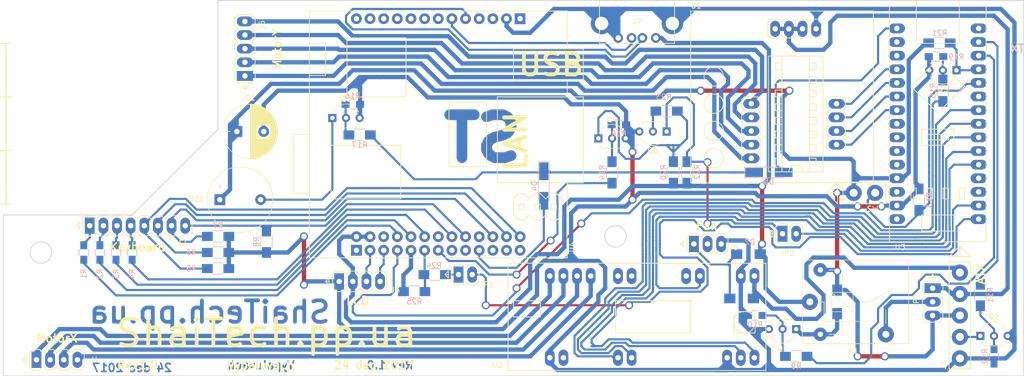
<source format=kicad_pcb>
(kicad_pcb (version 4) (host pcbnew 4.0.7-e2-6376~58~ubuntu16.04.1)
  (title_block (title Vypaluvach) (rev 1.0) (company ShaiTech) (comment 1 "Thanks to Rick101 for help") (comment 3 "author: Stadnyk Volodymyr") (comment 4 "site: shaitech.pp.ua"))
  (layers (0 F.Cu signal hide) (31 B.Cu signal) (34 B.Paste user hide) (35 F.Paste user hide) (36 B.SilkS user hide) (37 F.SilkS user) (38 B.Mask user hide) (39 F.Mask user hide) (44 Edge.Cuts user))
  (net 0 "")
  (net 1 +5VSB)
  (net 2 "Net-(BZ1-Pad2)")
  (net 3 +12V)
  (net 4 GND)
  (net 5 +5V)
  (net 6 "Net-(D1-Pad1)")
  (net 7 +5VA)
  (net 8 "Net-(D3-Pad2)")
  (net 9 BUZZER)
  (net 10 "Net-(D4-Pad2)")
  (net 11 "Net-(D5-Pad2)")
  (net 12 PS_ON)
  (net 13 "Net-(J2-Pad1)")
  (net 14 "Net-(J2-Pad2)")
  (net 15 "Net-(J2-Pad3)")
  (net 16 "Net-(J2-Pad4)")
  (net 17 KCOL1)
  (net 18 KCOL2)
  (net 19 KCOL3)
  (net 20 KCOL4)
  (net 21 SDA_LCD)
  (net 22 SCL_LCD)
  (net 23 OUT1_X)
  (net 24 OUT2_X)
  (net 25 OUT3_X)
  (net 26 OUT4_X)
  (net 27 OUTY_1)
  (net 28 OUTY_2)
  (net 29 OUTY_3)
  (net 30 OUTY_4)
  (net 31 OUTY_COM)
  (net 32 USB_+)
  (net 33 USB_-)
  (net 34 "Net-(JP1-Pad2)")
  (net 35 TX_Arduino)
  (net 36 "Net-(JP2-Pad2)")
  (net 37 RX_Arduino)
  (net 38 "Net-(JP3-Pad2)")
  (net 39 "Net-(Q1-Pad2)")
  (net 40 "Net-(Q2-Pad2)")
  (net 41 "Net-(Q3-Pad2)")
  (net 42 "Net-(Q4-Pad2)")
  (net 43 "Net-(Q4-Pad1)")
  (net 44 "Net-(Q5-Pad2)")
  (net 45 OPI_POWER_SIG_5V)
  (net 46 "Net-(Q6-Pad2)")
  (net 47 KROW1)
  (net 48 KROW2)
  (net 49 KROW3)
  (net 50 KROW4)
  (net 51 OPI_POWER_ON)
  (net 52 HEAD_POWER_ON)
  (net 53 BTN_PWR)
  (net 54 TX_OPI)
  (net 55 OPI_POWER_SIG)
  (net 56 RX_OPI)
  (net 57 IN1_Y)
  (net 58 IN2_Y)
  (net 59 IN3_Y)
  (net 60 IN4_Y)
  (net 61 SLEEP_X)
  (net 62 MS1_X)
  (net 63 STEP_X)
  (net 64 DIR_X)
  (net 65 MS2_X)
  (module TO_SOT_Packages_THT:TO-92_Inline_Wide (layer F.Cu) (at 234.14 129.28 180)
    (fp_text reference Q1 (at 2.54 -3.56 360) (layer F.SilkS))
    (fp_text value BC547 hide)
    (pad 2 thru_hole circle (at 2.54 0 270) (size 1.52 1.52) (drill 0.8) (layers *.Cu *.Mask) (net 39 "Net-(Q1-Pad2)"))
    (pad 3 thru_hole circle (at 5.08 0 270) (size 1.52 1.52) (drill 0.8) (layers *.Cu *.Mask) (net 4 GND))
    (pad 1 thru_hole rect (at 0 0 270) (size 1.52 1.52) (drill 0.8) (layers *.Cu *.Mask) (net 8 "Net-(D3-Pad2)"))
  )
  (module MyFootprints:Conn_1x2_d1.5mm (layer F.Cu) (at 246.84 103.88)
    (fp_text reference SW1 (at 2 3) (layer F.SilkS))
    (fp_text value SW_Push hide)
    (pad 1 thru_hole circle (at -2 0) (size 3 3) (drill 1.5) (layers *.Cu *.Mask) (net 1 +5VSB))
    (pad 2 thru_hole circle (at 2 0) (size 3 3) (drill 1.5) (layers *.Cu *.Mask) (net 53 BTN_PWR))
  )
  (module Relays_THT:Relay_SPST_SANYOU_SRD_Series_Form_A (layer F.Cu) (at 236.68 124.2)
    (fp_text reference K1 (at 8.1 9.2) (layer F.SilkS))
    (fp_text value SimpleReley hide)
    (pad 2 thru_hole circle (at 1.95 6.05 90) (size 2.5 2.5) (drill 1) (layers *.Cu *.Mask) (net 8 "Net-(D3-Pad2)"))
    (pad 3 thru_hole circle (at 14.15 6.05 90) (size 3 3) (drill 1.3) (layers *.Cu *.Mask) (net 34 "Net-(JP1-Pad2)"))
    (pad 5 thru_hole circle (at 1.95 -5.95 90) (size 2.5 2.5) (drill 1) (layers *.Cu *.Mask) (net 1 +5VSB))
    (pad 1 thru_hole circle (at 0 0 90) (size 3 3) (drill 1.3) (layers *.Cu *.Mask) (net 7 +5VA))
  )
  (module Buzzers_Beepers:Buzzer_12x9.5RM7.6 (layer F.Cu) (at 126.825 105.15)
    (fp_text reference BZ1 (at -4.325 -0.15) (layer F.SilkS))
    (fp_text value Buzzer hide)
    (fp_text user + (at -0.01 -2.54) (layer F.SilkS))
    (pad 1 thru_hole rect (at 0 0) (size 2 2) (drill 1) (layers *.Cu *.Mask) (net 1 +5VSB))
    (pad 2 thru_hole circle (at 7.6 0) (size 2 2) (drill 1) (layers *.Cu *.Mask) (net 2 "Net-(BZ1-Pad2)"))
  )
  (module Downloaded:DO-214AC (layer B.Cu) (at 223.98 123.565)
    (fp_text reference D1)
    (fp_text value M7)
    (pad 1 smd rect (at -2.19964 0) (size 2.10058 1.80086) (layers B.Cu B.Paste B.Mask) (net 6 "Net-(D1-Pad1)"))
    (pad 2 smd rect (at 2.19964 0) (size 2.10058 1.80086) (layers B.Cu B.Paste B.Mask) (net 3 +12V))
  )
  (module Downloaded:DO-214AC (layer B.Cu) (at 225.25 115.31)
    (fp_text reference D2 (at 0.25 -2.31) (layer B.SilkS) (effects (justify mirror)))
    (fp_text value M7 hide)
    (pad 1 smd rect (at -2.19964 0) (size 2.10058 1.80086) (layers B.Cu B.Paste B.Mask) (net 6 "Net-(D1-Pad1)"))
    (pad 2 smd rect (at 2.19964 0) (size 2.10058 1.80086) (layers B.Cu B.Paste B.Mask) (net 7 +5VA))
  )
  (module Downloaded:DO-214AC (layer B.Cu) (at 241.76 124.2 270)
    (fp_text reference D3)
    (fp_text value M7)
    (pad 1 smd rect (at -2.19964 0 270) (size 2.10058 1.80086) (layers B.Cu B.Paste B.Mask) (net 1 +5VSB))
    (pad 2 smd rect (at 2.19964 0 270) (size 2.10058 1.80086) (layers B.Cu B.Paste B.Mask) (net 8 "Net-(D3-Pad2)"))
  )
  (module Diodes_SMD:D_MiniMELF_Handsoldering (layer B.Cu) (at 187.15 102.61 270)
    (fp_text reference D4 (at 0 1.75 270) (layer B.SilkS) (effects (justify mirror)))
    (fp_text value 4148 hide)
    (pad 1 smd rect (at -2.75 0 270) (size 3.3 1.7) (layers B.Cu B.Paste B.Mask) (net 9 BUZZER))
    (pad 2 smd rect (at 2.75 0 270) (size 3.3 1.7) (layers B.Cu B.Paste B.Mask) (net 10 "Net-(D4-Pad2)"))
  )
  (module Diodes_SMD:D_MiniMELF_Handsoldering (layer B.Cu) (at 229.06 100.07)
    (fp_text reference D5 (at 0 1.75) (layer B.SilkS) (effects (justify mirror)))
    (fp_text value 4148 hide)
    (pad 1 smd rect (at -2.75 0) (size 3.3 1.7) (layers B.Cu B.Paste B.Mask) (net 9 BUZZER))
    (pad 2 smd rect (at 2.75 0) (size 3.3 1.7) (layers B.Cu B.Paste B.Mask) (net 11 "Net-(D5-Pad2)"))
  )
  (module MyFootprints:Conn_1x5_d1.5mm (layer F.Cu) (at 264.62 126.74 270)
    (fp_text reference J1 (at 9.26 3.12 270) (layer F.SilkS))
    (fp_text value ATX hide)
    (pad 1 thru_hole circle (at -8 0 270) (size 3 3) (drill 1.5) (layers *.Cu *.Mask) (net 3 +12V))
    (pad 2 thru_hole circle (at -4 0 270) (size 3 3) (drill 1.5) (layers *.Cu *.Mask) (net 5 +5V))
    (pad 3 thru_hole circle (at 0 0 270) (size 3 3) (drill 1.5) (layers *.Cu *.Mask) (net 1 +5VSB))
    (pad 4 thru_hole circle (at 4 0 270) (size 3 3) (drill 1.5) (layers *.Cu *.Mask) (net 12 PS_ON))
    (pad 5 thru_hole circle (at 8 0 270) (size 3 3) (drill 1.5) (layers *.Cu *.Mask) (net 4 GND))
  )
  (module MyFootprints:Conn_1x8_d1mm (layer F.Cu) (at 111.5 110)
    (fp_text reference J2 (at 8.255 3.175) (layer F.SilkS))
    (fp_text value Keyboard hide)
    (pad 1 thru_hole rect (at -8.89 0) (size 1.8 3) (drill 1) (layers *.Cu *.Mask) (net 13 "Net-(J2-Pad1)"))
    (pad 2 thru_hole oval (at -6.35 0) (size 1.8 3) (drill 1) (layers *.Cu *.Mask) (net 14 "Net-(J2-Pad2)"))
    (pad 3 thru_hole oval (at -3.81 0) (size 1.8 3) (drill 1) (layers *.Cu *.Mask) (net 15 "Net-(J2-Pad3)"))
    (pad 4 thru_hole oval (at -1.27 0) (size 1.8 3) (drill 1) (layers *.Cu *.Mask) (net 16 "Net-(J2-Pad4)"))
    (pad 5 thru_hole oval (at 1.27 0) (size 1.8 3) (drill 1) (layers *.Cu *.Mask) (net 17 KCOL1))
    (pad 6 thru_hole oval (at 3.81 0) (size 1.8 3) (drill 1) (layers *.Cu *.Mask) (net 18 KCOL2))
    (pad 7 thru_hole oval (at 6.35 0) (size 1.8 3) (drill 1) (layers *.Cu *.Mask) (net 19 KCOL3))
    (pad 8 thru_hole oval (at 8.89 0) (size 1.8 3) (drill 1) (layers *.Cu *.Mask) (net 20 KCOL4))
  )
  (module MyFootprints:Conn_1x4_d1mm (layer F.Cu) (at 152.86 120.39)
    (fp_text reference J3 (at 6.64 1.61) (layer F.SilkS))
    (fp_text value LCD hide)
    (pad 1 thru_hole trapezoid (at -3.81 0) (size 1.8 3) (drill 1) (layers *.Cu *.Mask) (net 4 GND))
    (pad 2 thru_hole oval (at -1.27 0) (size 1.8 3) (drill 1) (layers *.Cu *.Mask) (net 7 +5VA))
    (pad 3 thru_hole oval (at 1.27 0) (size 1.8 3) (drill 1) (layers *.Cu *.Mask) (net 21 SDA_LCD))
    (pad 4 thru_hole oval (at 3.81 0) (size 1.8 3) (drill 1) (layers *.Cu *.Mask) (net 22 SCL_LCD))
  )
  (module MyFootprints:Conn_1x4_d1mm (layer F.Cu) (at 96.5 135)
    (fp_text reference J4 (at 7 0) (layer F.SilkS))
    (fp_text value MotorX hide)
    (pad 1 thru_hole trapezoid (at -3.81 0) (size 1.8 3) (drill 1) (layers *.Cu *.Mask) (net 23 OUT1_X))
    (pad 2 thru_hole oval (at -1.27 0) (size 1.8 3) (drill 1) (layers *.Cu *.Mask) (net 24 OUT2_X))
    (pad 3 thru_hole oval (at 1.27 0) (size 1.8 3) (drill 1) (layers *.Cu *.Mask) (net 25 OUT3_X))
    (pad 4 thru_hole oval (at 3.81 0) (size 1.8 3) (drill 1) (layers *.Cu *.Mask) (net 26 OUT4_X))
  )
  (module MyFootprints:Conn_1x5_d1mm (layer F.Cu) (at 131.5 77 90)
    (fp_text reference J5 (at 4.445 3.175 90) (layer F.SilkS))
    (fp_text value MotorY hide)
    (pad 1 thru_hole trapezoid (at -5.08 0 90) (size 1.8 3) (drill 1) (layers *.Cu *.Mask) (net 27 OUTY_1))
    (pad 2 thru_hole oval (at -2.54 0 90) (size 1.8 3) (drill 1) (layers *.Cu *.Mask) (net 28 OUTY_2))
    (pad 3 thru_hole oval (at 0 0 90) (size 1.8 3) (drill 1) (layers *.Cu *.Mask) (net 29 OUTY_3))
    (pad 4 thru_hole oval (at 2.54 0 90) (size 1.8 3) (drill 1) (layers *.Cu *.Mask) (net 30 OUTY_4))
    (pad 5 thru_hole oval (at 5.08 0 90) (size 1.8 3) (drill 1) (layers *.Cu *.Mask) (net 31 OUTY_COM))
  )
  (module MyFootprints:USB (layer F.Cu) (at 204.5 75)
    (fp_text reference J7 (at 0 -3) (layer F.SilkS))
    (fp_text value USB hide)
    (pad 3 thru_hole circle (at -1 0) (size 1.8 1.8) (drill 1) (layers *.Cu *.Mask) (net 32 USB_+))
    (pad 2 thru_hole circle (at 1 0) (size 1.8 1.8) (drill 1) (layers *.Cu *.Mask) (net 33 USB_-))
    (pad 4 thru_hole circle (at -3.5 0) (size 1.8 1.8) (drill 1) (layers *.Cu *.Mask) (net 4 GND))
    (pad 1 thru_hole circle (at 3.5 0) (size 1.8 1.8) (drill 1) (layers *.Cu *.Mask) (net 7 +5VA))
    (pad 5 thru_hole circle (at -6.6 -2.7) (size 4 4) (drill 2.5) (layers *.Cu *.Mask) (net 4 GND))
    (pad 5 thru_hole circle (at 6.6 -2.7) (size 4 4) (drill 2.5) (layers *.Cu *.Mask) (net 4 GND))
  )
  (module MyFootprints:Conn_1x3_d1mm (layer F.Cu) (at 259.54 124.2 270)
    (fp_text reference JP1 (at -0.2 3.04 270) (layer F.SilkS))
    (fp_text value OPIPowerSel hide)
    (pad 1 thru_hole trapezoid (at -2.54 0 270) (size 1.8 3) (drill 1) (layers *.Cu *.Mask) (net 5 +5V))
    (pad 2 thru_hole oval (at 0 0 270) (size 1.8 3) (drill 1) (layers *.Cu *.Mask) (net 34 "Net-(JP1-Pad2)"))
    (pad 3 thru_hole oval (at 2.54 0 270) (size 1.8 3) (drill 1) (layers *.Cu *.Mask) (net 1 +5VSB))
  )
  (module MyFootprints:Conn_1x2_d1mm (layer F.Cu) (at 172.545 119.12)
    (fp_text reference JP2 (at 3.955 1.88) (layer F.SilkS))
    (fp_text value Jumper_NC_Small hide)
    (pad 1 thru_hole trapezoid (at -1.27 0) (size 1.8 3) (drill 1) (layers *.Cu *.Mask) (net 35 TX_Arduino))
    (pad 2 thru_hole oval (at 1.27 0) (size 1.8 3) (drill 1) (layers *.Cu *.Mask) (net 36 "Net-(JP2-Pad2)"))
  )
  (module MyFootprints:Conn_1x2_d1mm (layer F.Cu) (at 232.87 111.5)
    (fp_text reference JP3 (at -0.37 3.5) (layer F.SilkS))
    (fp_text value Jumper_NC_Small hide)
    (pad 1 thru_hole trapezoid (at -1.27 0) (size 1.8 3) (drill 1) (layers *.Cu *.Mask) (net 37 RX_Arduino))
    (pad 2 thru_hole oval (at 1.27 0) (size 1.8 3) (drill 1) (layers *.Cu *.Mask) (net 38 "Net-(JP3-Pad2)"))
  )
  (module TO_SOT_Packages_THT:TO-92_Inline_Wide (layer F.Cu) (at 268.43 130.55)
    (fp_text reference Q2 (at 2.54 -3.56 180) (layer F.SilkS))
    (fp_text value BC547 hide)
    (pad 2 thru_hole circle (at 2.54 0 90) (size 1.52 1.52) (drill 0.8) (layers *.Cu *.Mask) (net 40 "Net-(Q2-Pad2)"))
    (pad 3 thru_hole circle (at 5.08 0 90) (size 1.52 1.52) (drill 0.8) (layers *.Cu *.Mask) (net 4 GND))
    (pad 1 thru_hole rect (at 0 0 90) (size 1.52 1.52) (drill 0.8) (layers *.Cu *.Mask) (net 12 PS_ON))
  )
  (module TO_SOT_Packages_THT:TO-92_Inline_Wide (layer F.Cu) (at 147.78 89.91)
    (fp_text reference Q3 (at 2.54 -3.56 180) (layer F.SilkS))
    (fp_text value BC547 hide)
    (pad 2 thru_hole circle (at 2.54 0 90) (size 1.52 1.52) (drill 0.8) (layers *.Cu *.Mask) (net 41 "Net-(Q3-Pad2)"))
    (pad 3 thru_hole circle (at 5.08 0 90) (size 1.52 1.52) (drill 0.8) (layers *.Cu *.Mask) (net 4 GND))
    (pad 1 thru_hole rect (at 0 0 90) (size 1.52 1.52) (drill 0.8) (layers *.Cu *.Mask) (net 2 "Net-(BZ1-Pad2)"))
  )
  (module TO_SOT_Packages_THT:TO-92_Inline_Wide (layer F.Cu) (at 197.31 93.72)
    (fp_text reference Q4 (at 2.54 -3.56 180) (layer F.SilkS))
    (fp_text value BC547 hide)
    (pad 2 thru_hole circle (at 2.54 0 90) (size 1.52 1.52) (drill 0.8) (layers *.Cu *.Mask) (net 42 "Net-(Q4-Pad2)"))
    (pad 3 thru_hole circle (at 5.08 0 90) (size 1.52 1.52) (drill 0.8) (layers *.Cu *.Mask) (net 4 GND))
    (pad 1 thru_hole rect (at 0 0 90) (size 1.52 1.52) (drill 0.8) (layers *.Cu *.Mask) (net 43 "Net-(Q4-Pad1)"))
  )
  (module TO_SOT_Packages_THT:TO-92_Inline_Wide (layer F.Cu) (at 263.985 81.02 180)
    (fp_text reference Q5 (at 2.54 -3.56 360) (layer F.SilkS))
    (fp_text value BC547 hide)
    (pad 2 thru_hole circle (at 2.54 0 270) (size 1.52 1.52) (drill 0.8) (layers *.Cu *.Mask) (net 44 "Net-(Q5-Pad2)"))
    (pad 3 thru_hole circle (at 5.08 0 270) (size 1.52 1.52) (drill 0.8) (layers *.Cu *.Mask) (net 4 GND))
    (pad 1 thru_hole rect (at 0 0 270) (size 1.52 1.52) (drill 0.8) (layers *.Cu *.Mask) (net 45 OPI_POWER_SIG_5V))
  )
  (module TO_SOT_Packages_THT:TO-92_Inline_Wide (layer F.Cu) (at 210.01 92.45 180)
    (fp_text reference Q6 (at 2.54 -3.56 360) (layer F.SilkS))
    (fp_text value BC547 hide)
    (pad 2 thru_hole circle (at 2.54 0 270) (size 1.52 1.52) (drill 0.8) (layers *.Cu *.Mask) (net 46 "Net-(Q6-Pad2)"))
    (pad 3 thru_hole circle (at 5.08 0 270) (size 1.52 1.52) (drill 0.8) (layers *.Cu *.Mask) (net 4 GND))
    (pad 1 thru_hole rect (at 0 0 270) (size 1.52 1.52) (drill 0.8) (layers *.Cu *.Mask) (net 37 RX_Arduino))
  )
  (module Resistors_SMD:R_0805_HandSoldering (layer B.Cu) (at 101.5 115 270)
    (fp_text reference R1 (at 4 0 270) (layer B.SilkS) (effects (justify mirror)))
    (fp_text value 39K hide)
    (pad 1 smd rect (at -1.35 0 270) (size 1.5 1.3) (layers B.Cu B.Paste B.Mask) (net 13 "Net-(J2-Pad1)"))
    (pad 2 smd rect (at 1.35 0 270) (size 1.5 1.3) (layers B.Cu B.Paste B.Mask) (net 47 KROW1))
  )
  (module Resistors_SMD:R_0805_HandSoldering (layer B.Cu) (at 104.5 115 270)
    (fp_text reference R2 (at 4 0 270) (layer B.SilkS) (effects (justify mirror)))
    (fp_text value 39K hide)
    (pad 1 smd rect (at -1.35 0 270) (size 1.5 1.3) (layers B.Cu B.Paste B.Mask) (net 14 "Net-(J2-Pad2)"))
    (pad 2 smd rect (at 1.35 0 270) (size 1.5 1.3) (layers B.Cu B.Paste B.Mask) (net 48 KROW2))
  )
  (module Resistors_SMD:R_0805_HandSoldering (layer B.Cu) (at 107.5 115 270)
    (fp_text reference R3 (at 4 0 270) (layer B.SilkS) (effects (justify mirror)))
    (fp_text value 39K hide)
    (pad 1 smd rect (at -1.35 0 270) (size 1.5 1.3) (layers B.Cu B.Paste B.Mask) (net 15 "Net-(J2-Pad3)"))
    (pad 2 smd rect (at 1.35 0 270) (size 1.5 1.3) (layers B.Cu B.Paste B.Mask) (net 49 KROW3))
  )
  (module Resistors_SMD:R_0805_HandSoldering (layer B.Cu) (at 110.5 115 270)
    (fp_text reference R4 (at 4 0 270) (layer B.SilkS) (effects (justify mirror)))
    (fp_text value 39K hide)
    (pad 1 smd rect (at -1.35 0 270) (size 1.5 1.3) (layers B.Cu B.Paste B.Mask) (net 16 "Net-(J2-Pad4)"))
    (pad 2 smd rect (at 1.35 0 270) (size 1.5 1.3) (layers B.Cu B.Paste B.Mask) (net 50 KROW4))
  )
  (module Resistors_SMD:R_1206_HandSoldering (layer B.Cu) (at 126.5 118)
    (fp_text reference R5 (at -5 0) (layer B.SilkS) (effects (justify mirror)))
    (fp_text value 4.7K hide)
    (pad 1 smd rect (at -2 0) (size 2 1.7) (layers B.Cu B.Paste B.Mask) (net 17 KCOL1))
    (pad 2 smd rect (at 2 0) (size 2 1.7) (layers B.Cu B.Paste B.Mask) (net 4 GND))
  )
  (module Resistors_SMD:R_1206_HandSoldering (layer B.Cu) (at 126.5 115)
    (fp_text reference R6 (at -5 0) (layer B.SilkS) (effects (justify mirror)))
    (fp_text value 4.7K hide)
    (pad 1 smd rect (at -2 0) (size 2 1.7) (layers B.Cu B.Paste B.Mask) (net 18 KCOL2))
    (pad 2 smd rect (at 2 0) (size 2 1.7) (layers B.Cu B.Paste B.Mask) (net 4 GND))
  )
  (module Resistors_SMD:R_1206_HandSoldering (layer B.Cu) (at 126.5 112)
    (fp_text reference R7 (at 0 -2) (layer B.SilkS) (effects (justify mirror)))
    (fp_text value 4.7K hide)
    (pad 1 smd rect (at -2 0) (size 2 1.7) (layers B.Cu B.Paste B.Mask) (net 19 KCOL3))
    (pad 2 smd rect (at 2 0) (size 2 1.7) (layers B.Cu B.Paste B.Mask) (net 4 GND))
  )
  (module Resistors_SMD:R_1206_HandSoldering (layer B.Cu) (at 135.5 113 270)
    (fp_text reference R8 (at 0 1.85 270) (layer B.SilkS) (effects (justify mirror)))
    (fp_text value 4.7K hide)
    (pad 1 smd rect (at -2 0 270) (size 2 1.7) (layers B.Cu B.Paste B.Mask) (net 20 KCOL4))
    (pad 2 smd rect (at 2 0 270) (size 2 1.7) (layers B.Cu B.Paste B.Mask) (net 4 GND))
  )
  (module Resistors_SMD:R_1206_HandSoldering (layer B.Cu) (at 234.14 134.36)
    (fp_text reference R9 (at 0 1.85) (layer B.SilkS) (effects (justify mirror)))
    (fp_text value 2.2K hide)
    (pad 1 smd rect (at -2 0) (size 2 1.7) (layers B.Cu B.Paste B.Mask) (net 39 "Net-(Q1-Pad2)"))
    (pad 2 smd rect (at 2 0) (size 2 1.7) (layers B.Cu B.Paste B.Mask) (net 51 OPI_POWER_ON))
  )
  (module Resistors_SMD:R_0805_HandSoldering (layer B.Cu) (at 226.52 126.74)
    (fp_text reference R10 (at 0 1.7) (layer B.SilkS) (effects (justify mirror)))
    (fp_text value 39K hide)
    (pad 1 smd rect (at -1.35 0) (size 1.5 1.3) (layers B.Cu B.Paste B.Mask) (net 4 GND))
    (pad 2 smd rect (at 1.35 0) (size 1.5 1.3) (layers B.Cu B.Paste B.Mask) (net 39 "Net-(Q1-Pad2)"))
  )
  (module Resistors_SMD:R_1206_HandSoldering (layer B.Cu) (at 268.43 122.93 90)
    (fp_text reference R11 (at 0 1.85 90) (layer B.SilkS) (effects (justify mirror)))
    (fp_text value 2.2K hide)
    (pad 1 smd rect (at -2 0 90) (size 2 1.7) (layers B.Cu B.Paste B.Mask) (net 40 "Net-(Q2-Pad2)"))
    (pad 2 smd rect (at 2 0 90) (size 2 1.7) (layers B.Cu B.Paste B.Mask) (net 52 HEAD_POWER_ON))
  )
  (module Resistors_SMD:R_0805_HandSoldering (layer B.Cu) (at 270.97 134.36 270)
    (fp_text reference R12 (at 0 1.7 270) (layer B.SilkS) (effects (justify mirror)))
    (fp_text value 39K hide)
    (pad 1 smd rect (at -1.35 0 270) (size 1.5 1.3) (layers B.Cu B.Paste B.Mask) (net 40 "Net-(Q2-Pad2)"))
    (pad 2 smd rect (at 1.35 0 270) (size 1.5 1.3) (layers B.Cu B.Paste B.Mask) (net 4 GND))
  )
  (module Resistors_SMD:R_1206_HandSoldering (layer B.Cu) (at 257 105.15 270)
    (fp_text reference R13 (at 0.05 -1.9 270) (layer B.SilkS) (effects (justify mirror)))
    (fp_text value 4.7K hide)
    (pad 1 smd rect (at -2 0 270) (size 2 1.7) (layers B.Cu B.Paste B.Mask) (net 4 GND))
    (pad 2 smd rect (at 2 0 270) (size 2 1.7) (layers B.Cu B.Paste B.Mask) (net 53 BTN_PWR))
  )
  (module Resistors_SMD:R_1206_HandSoldering (layer B.Cu) (at 199.85 100.07 270)
    (fp_text reference R14 (at 0 1.85 270) (layer B.SilkS) (effects (justify mirror)))
    (fp_text value 2.2K hide)
    (pad 1 smd rect (at -2 0 270) (size 2 1.7) (layers B.Cu B.Paste B.Mask) (net 42 "Net-(Q4-Pad2)"))
    (pad 2 smd rect (at 2 0 270) (size 2 1.7) (layers B.Cu B.Paste B.Mask) (net 54 TX_OPI))
  )
  (module Resistors_SMD:R_1206_HandSoldering (layer B.Cu) (at 261.445 84.83 270)
    (fp_text reference R15 (at 0 1.85 270) (layer B.SilkS) (effects (justify mirror)))
    (fp_text value 2.2K hide)
    (pad 1 smd rect (at -2 0 270) (size 2 1.7) (layers B.Cu B.Paste B.Mask) (net 44 "Net-(Q5-Pad2)"))
    (pad 2 smd rect (at 2 0 270) (size 2 1.7) (layers B.Cu B.Paste B.Mask) (net 55 OPI_POWER_SIG))
  )
  (module Resistors_SMD:R_0805_HandSoldering (layer B.Cu) (at 151.59 87.37)
    (fp_text reference R16 (at -0.04 -1.57) (layer B.SilkS) (effects (justify mirror)))
    (fp_text value 39K hide)
    (pad 1 smd rect (at -1.35 0) (size 1.5 1.3) (layers B.Cu B.Paste B.Mask) (net 41 "Net-(Q3-Pad2)"))
    (pad 2 smd rect (at 1.35 0) (size 1.5 1.3) (layers B.Cu B.Paste B.Mask) (net 4 GND))
  )
  (module Resistors_SMD:R_1206_HandSoldering (layer B.Cu) (at 152.86 93.085)
    (fp_text reference R17 (at 0 1.85) (layer B.SilkS) (effects (justify mirror)))
    (fp_text value 2.2K hide)
    (pad 1 smd rect (at -2 0) (size 2 1.7) (layers B.Cu B.Paste B.Mask) (net 41 "Net-(Q3-Pad2)"))
    (pad 2 smd rect (at 2 0) (size 2 1.7) (layers B.Cu B.Paste B.Mask) (net 9 BUZZER))
  )
  (module Resistors_SMD:R_0805_HandSoldering (layer B.Cu) (at 201.12 91.18)
    (fp_text reference R18 (at 0 1.7) (layer B.SilkS) (effects (justify mirror)))
    (fp_text value 39K hide)
    (pad 1 smd rect (at -1.35 0) (size 1.5 1.3) (layers B.Cu B.Paste B.Mask) (net 42 "Net-(Q4-Pad2)"))
    (pad 2 smd rect (at 1.35 0) (size 1.5 1.3) (layers B.Cu B.Paste B.Mask) (net 4 GND))
  )
  (module Resistors_SMD:R_0805_HandSoldering (layer B.Cu) (at 260.175 78.48 180)
    (fp_text reference R19 (at -3.775 -0.02 180) (layer B.SilkS) (effects (justify mirror)))
    (fp_text value 39K hide)
    (pad 1 smd rect (at -1.35 0 180) (size 1.5 1.3) (layers B.Cu B.Paste B.Mask) (net 44 "Net-(Q5-Pad2)"))
    (pad 2 smd rect (at 1.35 0 180) (size 1.5 1.3) (layers B.Cu B.Paste B.Mask) (net 4 GND))
  )
  (module Resistors_SMD:R_1206_HandSoldering (layer B.Cu) (at 211.28 100.07 270)
    (fp_text reference R20 (at 0 1.85 270) (layer B.SilkS) (effects (justify mirror)))
    (fp_text value 2.2K hide)
    (pad 1 smd rect (at -2 0 270) (size 2 1.7) (layers B.Cu B.Paste B.Mask) (net 43 "Net-(Q4-Pad1)"))
    (pad 2 smd rect (at 2 0 270) (size 2 1.7) (layers B.Cu B.Paste B.Mask) (net 7 +5VA))
  )
  (module Resistors_SMD:R_1206_HandSoldering (layer B.Cu) (at 260.81 75.94 180)
    (fp_text reference R21 (at 0 1.85 180) (layer B.SilkS) (effects (justify mirror)))
    (fp_text value 4.7K hide)
    (pad 1 smd rect (at -2 0 180) (size 2 1.7) (layers B.Cu B.Paste B.Mask) (net 45 OPI_POWER_SIG_5V))
    (pad 2 smd rect (at 2 0 180) (size 2 1.7) (layers B.Cu B.Paste B.Mask) (net 1 +5VSB))
  )
  (module Resistors_SMD:R_1206_HandSoldering (layer B.Cu) (at 213.82 100.07 270)
    (fp_text reference R22 (at -0.07 -1.88 270) (layer B.SilkS) (effects (justify mirror)))
    (fp_text value 2.2K hide)
    (pad 1 smd rect (at -2 0 270) (size 2 1.7) (layers B.Cu B.Paste B.Mask) (net 37 RX_Arduino))
    (pad 2 smd rect (at 2 0 270) (size 2 1.7) (layers B.Cu B.Paste B.Mask) (net 7 +5VA))
  )
  (module Resistors_SMD:R_1206_HandSoldering (layer B.Cu) (at 210.01 88.64)
    (fp_text reference R23 (at -0.51 -2.64) (layer B.SilkS) (effects (justify mirror)))
    (fp_text value 2.2K hide)
    (pad 1 smd rect (at -2 0) (size 2 1.7) (layers B.Cu B.Paste B.Mask) (net 46 "Net-(Q6-Pad2)"))
    (pad 2 smd rect (at 2 0) (size 2 1.7) (layers B.Cu B.Paste B.Mask) (net 43 "Net-(Q4-Pad1)"))
  )
  (module Resistors_SMD:R_1206_HandSoldering (layer B.Cu) (at 166.83 119.12)
    (fp_text reference R24 (at -0.13 -1.72) (layer B.SilkS) (effects (justify mirror)))
    (fp_text value 2.2K hide)
    (pad 1 smd rect (at -2 0) (size 2 1.7) (layers B.Cu B.Paste B.Mask) (net 56 RX_OPI))
    (pad 2 smd rect (at 2 0) (size 2 1.7) (layers B.Cu B.Paste B.Mask) (net 35 TX_Arduino))
  )
  (module Resistors_SMD:R_1206_HandSoldering (layer B.Cu) (at 163.02 122.295)
    (fp_text reference R25 (at 0 1.85) (layer B.SilkS) (effects (justify mirror)))
    (fp_text value 4.7K hide)
    (pad 1 smd rect (at -2 0) (size 2 1.7) (layers B.Cu B.Paste B.Mask) (net 4 GND))
    (pad 2 smd rect (at 2 0) (size 2 1.7) (layers B.Cu B.Paste B.Mask) (net 56 RX_OPI))
  )
  (module MyFootprints:ULN2003APG_driver (layer F.Cu) (at 231.5 86 180)
    (fp_text reference U1 (at 16 17 180) (layer F.SilkS))
    (fp_text value ULN2003_Unit hide)
    (pad 1 thru_hole oval (at -10.16 -8.89 180) (size 3 1.8) (drill 1) (layers *.Mask B.Cu) (net 57 IN1_Y))
    (pad 2 thru_hole oval (at -10.16 -6.35 180) (size 3 1.8) (drill 1) (layers *.Mask B.Cu) (net 58 IN2_Y))
    (pad 3 thru_hole oval (at -10.16 -3.81 180) (size 3 1.8) (drill 1) (layers *.Mask B.Cu) (net 59 IN3_Y))
    (pad 4 thru_hole oval (at -10.16 -1.27 180) (size 3 1.8) (drill 1) (layers *.Mask B.Cu) (net 60 IN4_Y))
    (pad 5 thru_hole oval (at -6.35 12.7 180) (size 1.8 3) (drill 1) (layers *.Mask B.Cu) (net 4 GND))
    (pad 6 thru_hole oval (at -3.81 12.7 180) (size 1.8 3) (drill 1) (layers *.Mask B.Cu) (net 5 +5V))
    (pad 7 thru_hole oval (at -1.27 12.7 180) (size 1.8 3) (drill 1) (layers *.Mask B.Cu) (net 5 +5V))
    (pad 8 thru_hole oval (at 1.27 12.7 180) (size 1.8 3) (drill 1) (layers *.Mask B.Cu) (net 5 +5V))
    (pad 9 thru_hole oval (at 5.715 -1.27 180) (size 3 1.8) (drill 1) (layers *.Mask B.Cu) (net 31 OUTY_COM))
    (pad 10 thru_hole oval (at 5.715 -3.81 180) (size 3 1.8) (drill 1) (layers *.Mask B.Cu) (net 30 OUTY_4))
    (pad 11 thru_hole oval (at 5.715 -6.35 180) (size 3 1.8) (drill 1) (layers *.Mask B.Cu) (net 29 OUTY_3))
    (pad 12 thru_hole oval (at 5.715 -8.89 180) (size 3 1.8) (drill 1) (layers *.Mask B.Cu) (net 28 OUTY_2))
    (pad 13 thru_hole oval (at 5.715 -11.43 180) (size 3 1.8) (drill 1) (layers *.Mask B.Cu) (net 27 OUTY_1))
  )
  (module MyFootprints:EasyDriver (layer F.Cu) (at 203.5 127)
    (fp_text reference U2 (at -25 9) (layer F.SilkS))
    (fp_text value EasyDriver hide)
    (pad 1 thru_hole oval (at -15.24 7.62) (size 1.8 3) (drill 1) (layers *.Cu *.Mask) (net 4 GND))
    (pad 2 thru_hole oval (at -12.7 7.62) (size 1.8 3) (drill 1) (layers *.Cu *.Mask))
    (pad 3 thru_hole oval (at -2.54 7.62) (size 1.8 3) (drill 1) (layers *.Cu *.Mask) (net 61 SLEEP_X))
    (pad 4 thru_hole oval (at 0 7.62) (size 1.8 3) (drill 1) (layers *.Cu *.Mask) (net 62 MS1_X))
    (pad 5 thru_hole oval (at 17.78 7.62) (size 1.8 3) (drill 1) (layers *.Cu *.Mask) (net 4 GND))
    (pad 6 thru_hole oval (at 20.32 7.62) (size 1.8 3) (drill 1) (layers *.Cu *.Mask) (net 63 STEP_X))
    (pad 7 thru_hole oval (at 22.86 7.62) (size 1.8 3) (drill 1) (layers *.Cu *.Mask) (net 64 DIR_X))
    (pad 8 thru_hole oval (at 22.86 -7.62) (size 1.8 3) (drill 1) (layers *.Cu *.Mask) (net 3 +12V))
    (pad 9 thru_hole oval (at 20.32 -7.62) (size 1.8 3) (drill 1) (layers *.Cu *.Mask) (net 4 GND))
    (pad 10 thru_hole oval (at 12.7 -7.62) (size 1.8 3) (drill 1) (layers *.Cu *.Mask) (net 65 MS2_X))
    (pad 11 thru_hole oval (at 10.16 -7.62) (size 1.8 3) (drill 1) (layers *.Cu *.Mask))
    (pad 12 thru_hole oval (at 0 -7.62) (size 1.8 3) (drill 1) (layers *.Cu *.Mask))
    (pad 13 thru_hole oval (at -2.54 -7.62) (size 1.8 3) (drill 1) (layers *.Cu *.Mask))
    (pad 14 thru_hole oval (at -7.62 -7.62) (size 1.8 3) (drill 1) (layers *.Cu *.Mask) (net 26 OUT4_X))
    (pad 15 thru_hole oval (at -10.16 -7.62) (size 1.8 3) (drill 1) (layers *.Cu *.Mask) (net 25 OUT3_X))
    (pad 16 thru_hole oval (at -12.7 -7.62) (size 1.8 3) (drill 1) (layers *.Cu *.Mask) (net 24 OUT2_X))
    (pad 17 thru_hole oval (at -15.24 -7.62) (size 1.8 3) (drill 1) (layers *.Cu *.Mask) (net 23 OUT1_X))
  )
  (module MyFootprints:ArduinoNANO (layer F.Cu) (at 260.5 91 180)
    (fp_text reference U3 (at 7 -23 180) (layer F.SilkS))
    (fp_text value ArduinoNANO hide)
    (pad 1 thru_hole oval (at -7.62 -17.78 180) (size 3 1.8) (drill 1) (layers *.Cu *.Mask) (net 36 "Net-(JP2-Pad2)"))
    (pad 2 thru_hole oval (at -7.62 -15.24 180) (size 3 1.8) (drill 1) (layers *.Cu *.Mask) (net 38 "Net-(JP3-Pad2)"))
    (pad 3 thru_hole oval (at -7.62 -12.7 180) (size 3 1.8) (drill 1) (layers *.Cu *.Mask))
    (pad 4 thru_hole oval (at -7.62 -10.16 180) (size 3 1.8) (drill 1) (layers *.Cu *.Mask))
    (pad 5 thru_hole oval (at -7.62 -7.62 180) (size 3 1.8) (drill 1) (layers *.Cu *.Mask) (net 65 MS2_X))
    (pad 6 thru_hole oval (at -7.62 -5.08 180) (size 3 1.8) (drill 1) (layers *.Cu *.Mask) (net 64 DIR_X))
    (pad 7 thru_hole oval (at -7.62 -2.54 180) (size 3 1.8) (drill 1) (layers *.Cu *.Mask) (net 63 STEP_X))
    (pad 8 thru_hole oval (at -7.62 0 180) (size 3 1.8) (drill 1) (layers *.Cu *.Mask) (net 62 MS1_X))
    (pad 9 thru_hole oval (at -7.62 2.54 180) (size 3 1.8) (drill 1) (layers *.Cu *.Mask) (net 61 SLEEP_X))
    (pad 10 thru_hole oval (at -7.62 5.08 180) (size 3 1.8) (drill 1) (layers *.Cu *.Mask))
    (pad 11 thru_hole oval (at -7.62 7.62 180) (size 3 1.8) (drill 1) (layers *.Cu *.Mask) (net 53 BTN_PWR))
    (pad 12 thru_hole oval (at -7.62 10.16 180) (size 3 1.8) (drill 1) (layers *.Cu *.Mask) (net 45 OPI_POWER_SIG_5V))
    (pad 13 thru_hole oval (at -7.62 12.7 180) (size 3 1.8) (drill 1) (layers *.Cu *.Mask) (net 51 OPI_POWER_ON))
    (pad 14 thru_hole oval (at -7.62 15.24 180) (size 3 1.8) (drill 1) (layers *.Cu *.Mask) (net 52 HEAD_POWER_ON))
    (pad 15 thru_hole oval (at -7.62 17.78 180) (size 3 1.8) (drill 1) (layers *.Cu *.Mask))
    (pad 16 thru_hole oval (at 7.62 17.78 180) (size 3 1.8) (drill 1) (layers *.Cu *.Mask) (net 11 "Net-(D5-Pad2)"))
    (pad 17 thru_hole oval (at 7.62 15.24 180) (size 3 1.8) (drill 1) (layers *.Cu *.Mask))
    (pad 18 thru_hole oval (at 7.62 12.7 180) (size 3 1.8) (drill 1) (layers *.Cu *.Mask))
    (pad 19 thru_hole oval (at 7.62 10.16 180) (size 3 1.8) (drill 1) (layers *.Cu *.Mask) (net 60 IN4_Y))
    (pad 20 thru_hole oval (at 7.62 7.62 180) (size 3 1.8) (drill 1) (layers *.Cu *.Mask) (net 59 IN3_Y))
    (pad 21 thru_hole oval (at 7.62 5.08 180) (size 3 1.8) (drill 1) (layers *.Cu *.Mask) (net 58 IN2_Y))
    (pad 22 thru_hole oval (at 7.62 2.54 180) (size 3 1.8) (drill 1) (layers *.Cu *.Mask) (net 57 IN1_Y))
    (pad 23 thru_hole oval (at 7.62 0 180) (size 3 1.8) (drill 1) (layers *.Cu *.Mask))
    (pad 24 thru_hole oval (at 7.62 -2.54 180) (size 3 1.8) (drill 1) (layers *.Cu *.Mask))
    (pad 25 thru_hole oval (at 7.62 -5.08 180) (size 3 1.8) (drill 1) (layers *.Cu *.Mask))
    (pad 26 thru_hole oval (at 7.62 -7.62 180) (size 3 1.8) (drill 1) (layers *.Cu *.Mask))
    (pad 27 thru_hole oval (at 7.62 -10.16 180) (size 3 1.8) (drill 1) (layers *.Cu *.Mask) (net 1 +5VSB))
    (pad 28 thru_hole oval (at 7.62 -12.7 180) (size 3 1.8) (drill 1) (layers *.Cu *.Mask))
    (pad 29 thru_hole oval (at 7.62 -15.24 180) (size 3 1.8) (drill 1) (layers *.Cu *.Mask) (net 4 GND))
    (pad 30 thru_hole oval (at 7.62 -17.78 180) (size 3 1.8) (drill 1) (layers *.Cu *.Mask))
  )
  (module MyFootprints:OrangePi_Zero (layer F.Cu) (at 167.5 93 90)
    (fp_text reference U4 (at -21 25 90) (layer F.SilkS))
    (fp_text value OrangePI_GPiO hide)
    (fp_text user LAN (at -1.28 14.44 270) (layer F.SilkS) (effects (font (size 4 4) (thickness 0.75))))
    (fp_text user USB (at 13 21 180) (layer F.SilkS) (effects (font (size 4 4) (thickness 0.7))))
    (pad 1 thru_hole rect (at -21.59 -15.24 90) (size 2 2) (drill 1) (layers *.Mask B.Cu))
    (pad 2 thru_hole oval (at -19.05 -15.24 90) (size 2 2) (drill 1) (layers *.Mask B.Cu) (net 7 +5VA))
    (pad 3 thru_hole oval (at -21.59 -12.7 90) (size 2 2) (drill 1) (layers *.Mask B.Cu) (net 21 SDA_LCD))
    (pad 4 thru_hole oval (at -19.05 -12.7 90) (size 2 2) (drill 1) (layers *.Mask B.Cu) (net 7 +5VA))
    (pad 5 thru_hole oval (at -21.59 -10.16 90) (size 2 2) (drill 1) (layers *.Mask B.Cu) (net 22 SCL_LCD))
    (pad 6 thru_hole oval (at -19.05 -10.16 90) (size 2 2) (drill 1) (layers *.Mask B.Cu))
    (pad 7 thru_hole oval (at -21.59 -7.62 90) (size 2 2) (drill 1) (layers *.Mask B.Cu) (net 55 OPI_POWER_SIG))
    (pad 8 thru_hole oval (at -19.05 -7.62 90) (size 2 2) (drill 1) (layers *.Mask B.Cu) (net 47 KROW1))
    (pad 9 thru_hole oval (at -21.59 -5.08 90) (size 2 2) (drill 1) (layers *.Mask B.Cu) (net 4 GND))
    (pad 10 thru_hole oval (at -19.05 -5.08 90) (size 2 2) (drill 1) (layers *.Mask B.Cu) (net 48 KROW2))
    (pad 11 thru_hole oval (at -21.59 -2.54 90) (size 2 2) (drill 1) (layers *.Mask B.Cu) (net 56 RX_OPI))
    (pad 12 thru_hole oval (at -19.05 -2.54 90) (size 2 2) (drill 1) (layers *.Mask B.Cu) (net 49 KROW3))
    (pad 13 thru_hole oval (at -21.59 0 90) (size 2 2) (drill 1) (layers *.Mask B.Cu) (net 54 TX_OPI))
    (pad 14 thru_hole oval (at -19.05 0 90) (size 2 2) (drill 1) (layers *.Mask B.Cu))
    (pad 15 thru_hole oval (at -21.59 2.54 90) (size 2 2) (drill 1) (layers *.Mask B.Cu))
    (pad 16 thru_hole oval (at -19.05 2.54 90) (size 2 2) (drill 1) (layers *.Mask B.Cu) (net 50 KROW4))
    (pad 17 thru_hole oval (at -21.59 5.08 90) (size 2 2) (drill 1) (layers *.Mask B.Cu))
    (pad 18 thru_hole oval (at -19.05 5.08 90) (size 2 2) (drill 1) (layers *.Mask B.Cu) (net 20 KCOL4))
    (pad 19 thru_hole oval (at -21.59 7.62 90) (size 2 2) (drill 1) (layers *.Mask B.Cu) (net 10 "Net-(D4-Pad2)"))
    (pad 20 thru_hole oval (at -19.05 7.62 90) (size 2 2) (drill 1) (layers *.Mask B.Cu))
    (pad 21 thru_hole oval (at -21.59 10.16 90) (size 2 2) (drill 1) (layers *.Mask B.Cu))
    (pad 22 thru_hole oval (at -19.05 10.16 90) (size 2 2) (drill 1) (layers *.Mask B.Cu) (net 19 KCOL3))
    (pad 23 thru_hole oval (at -21.59 12.7 90) (size 2 2) (drill 1) (layers *.Mask B.Cu))
    (pad 24 thru_hole oval (at -19.05 12.7 90) (size 2 2) (drill 1) (layers *.Mask B.Cu) (net 18 KCOL2))
    (pad 25 thru_hole oval (at -21.59 15.24 90) (size 2 2) (drill 1) (layers *.Mask B.Cu))
    (pad 26 thru_hole oval (at -19.05 15.24 90) (size 2 2) (drill 1) (layers *.Mask B.Cu) (net 17 KCOL1))
    (pad 31 thru_hole rect (at 21.59 15.24 90) (size 2 2) (drill 1) (layers *.Mask B.Cu))
    (pad 32 thru_hole oval (at 21.59 12.7 90) (size 2 2) (drill 1) (layers *.Mask B.Cu) (net 4 GND))
    (pad 33 thru_hole oval (at 21.59 10.16 90) (size 2 2) (drill 1) (layers *.Mask B.Cu))
    (pad 34 thru_hole oval (at 21.59 7.62 90) (size 2 2) (drill 1) (layers *.Mask B.Cu))
    (pad 35 thru_hole oval (at 21.59 5.08 90) (size 2 2) (drill 1) (layers *.Mask B.Cu) (net 33 USB_-))
    (pad 36 thru_hole oval (at 21.59 2.54 90) (size 2 2) (drill 1) (layers *.Mask B.Cu) (net 32 USB_+))
    (pad 37 thru_hole oval (at 21.59 0 90) (size 2 2) (drill 1) (layers *.Mask B.Cu))
    (pad 38 thru_hole oval (at 21.59 -2.54 90) (size 2 2) (drill 1) (layers *.Mask B.Cu))
    (pad 39 thru_hole oval (at 21.59 -5.08 90) (size 2 2) (drill 1) (layers *.Mask B.Cu))
    (pad 40 thru_hole oval (at 21.59 -7.62 90) (size 2 2) (drill 1) (layers *.Mask B.Cu))
    (pad 41 thru_hole oval (at 21.59 -10.16 90) (size 2 2) (drill 1) (layers *.Mask B.Cu))
    (pad 42 thru_hole oval (at 21.59 -12.7 90) (size 2 2) (drill 1) (layers *.Mask B.Cu))
    (pad 43 thru_hole oval (at 21.59 -15.24 90) (size 2 2) (drill 1) (layers *.Mask B.Cu))
  )
  (module MyFootprints:Conn_1x3_d1mm (layer F.Cu) (at 217.63 113.405)
    (fp_text reference J6 (at 4.87 0.595) (layer F.SilkS))
    (fp_text value FAN hide)
    (pad 1 thru_hole trapezoid (at -2.54 0) (size 1.8 3) (drill 1) (layers *.Cu *.Mask) (net 6 "Net-(D1-Pad1)"))
    (pad 2 thru_hole oval (at 0 0) (size 1.8 3) (drill 1) (layers *.Cu *.Mask))
    (pad 3 thru_hole oval (at 2.54 0) (size 1.8 3) (drill 1) (layers *.Cu *.Mask) (net 4 GND))
  )
  (module Capacitors_THT:CP_Radial_D10.0mm_P5.00mm (layer F.Cu) (at 130 92.45)
    (fp_text reference C1 (at 2.5 -6.31) (layer F.SilkS))
    (fp_text value 1000uF hide)
    (pad 1 thru_hole rect (at 0 0) (size 2 2) (drill 1) (layers *.Cu *.Mask) (net 1 +5VSB))
    (pad 2 thru_hole circle (at 5 0) (size 2 2) (drill 1) (layers *.Cu *.Mask) (net 4 GND))
  )
  (gr_line (start 86 86) (end 88 86) (angle 90) (layer F.SilkS) (width 0.2))
  (gr_line (start 87 86) (end 86 86) (angle 90) (layer F.SilkS) (width 0.2))
  (gr_line (start 87 96) (end 88 96) (angle 90) (layer F.SilkS) (width 0.2))
  (gr_line (start 86 96) (end 87 96) (angle 90) (layer F.SilkS) (width 0.2))
  (gr_line (start 87 96) (end 86 96) (angle 90) (layer F.SilkS) (width 0.2))
  (gr_line (start 86 76) (end 88 76) (angle 90) (layer F.SilkS) (width 0.2))
  (gr_line (start 87 76) (end 86 76) (angle 90) (layer F.SilkS) (width 0.2))
  (gr_line (start 87 106) (end 87 76) (angle 90) (layer F.SilkS) (width 0.2))
  (gr_line (start 86 106) (end 88 106) (angle 90) (layer F.SilkS) (width 0.2))
  (gr_text "24 dec 2017" (at 110.5 136.5) (layer B.Cu) (effects (font (size 1.5 1.5) (thickness 0.3)) (justify mirror)))
  (gr_text Vypaluvach (at 134.5 136) (layer F.SilkS) (effects (font (size 1.5 1.5) (thickness 0.3))))
  (gr_text Vypaluvach (at 134.5 136) (layer B.Cu) (effects (font (size 1.5 1.5) (thickness 0.3)) (justify mirror)))
  (gr_text "24 dec 2017" (at 155.5 136) (layer F.SilkS) (effects (font (size 1.5 1.5) (thickness 0.3))))
  (gr_text Rev1.0 (at 111.5 136) (layer F.SilkS) (effects (font (size 1.5 1.5) (thickness 0.3))))
  (gr_text "ShaiTech.pp.ua\n" (at 135.5 130) (layer F.SilkS) (effects (font (size 5 5) (thickness 0.7))))
  (gr_text ATX (at 268.5 119 90) (layer F.SilkS) (effects (font (size 1.5 1.5) (thickness 0.3))))
  (gr_text ATX (at 276 77) (layer B.SilkS) (effects (font (size 1.5 1.5) (thickness 0.3)) (justify mirror)))
  (gr_text Fan (at 217.5 110) (layer F.SilkS) (effects (font (size 1.5 1.5) (thickness 0.3))))
  (gr_text LCD (at 152.5 124) (layer F.SilkS) (effects (font (size 1.5 1.5) (thickness 0.3))))
  (gr_text MotorY (at 137.5 77 90) (layer F.SilkS) (effects (font (size 1.5 1.5) (thickness 0.3))))
  (gr_text MotorX (at 96.5 131) (layer F.SilkS) (effects (font (size 1.5 1.5) (thickness 0.3))))
  (gr_text Keyboard (at 111.5 114) (layer F.SilkS) (effects (font (size 1.5 1.5) (thickness 0.3))))
  (gr_circle (center 200.5 112) (end 200.5 114) (layer Edge.Cuts) (width 0.15))
  (gr_circle (center 93.5 115) (end 93.5 117) (layer Edge.Cuts) (width 0.15))
  (gr_text "Rev 1.0" (at 158.5 136) (layer B.Cu) (effects (font (size 1.5 1.5) (thickness 0.3)) (justify mirror)))
  (gr_text ST (at 175.72 93.72) (layer B.Cu) (effects (font (size 8 8) (thickness 2)) (justify mirror)))
  (gr_text ShaiTech.pp.ua (at 124.92 126.105) (layer B.Cu) (effects (font (size 4 4) (thickness 0.7)) (justify mirror)))
  (gr_line (start 126.5 92) (end 126.5 68) (angle 90) (layer Edge.Cuts) (width 0.15))
  (gr_line (start 86.5 108) (end 110.5 108) (angle 90) (layer Edge.Cuts) (width 0.15))
  (gr_line (start 110.5 108) (end 126.5 92) (angle 90) (layer Edge.Cuts) (width 0.15))
  (gr_line (start 86.5 138) (end 86.5 108) (angle 90) (layer Edge.Cuts) (width 0.15))
  (gr_line (start 126.5 68) (end 276.5 68) (angle 90) (layer Edge.Cuts) (width 0.15))
  (gr_line (start 276.5 138) (end 276.5 68) (angle 90) (layer Edge.Cuts) (width 0.15))
  (gr_line (start 86.5 138) (end 276.5 138) (angle 90) (layer Edge.Cuts) (width 0.15))
  (segment (start 129.955 89.955) (end 129.955 92.405) (width 0.8) (layer B.Cu) (net 1))
  (segment (start 129.955 92.405) (end 130 92.45) (width 0.8) (layer B.Cu) (net 1))
  (segment (start 129.455 90.455) (end 129.455 91.905) (width 0.8) (layer B.Cu) (net 1))
  (segment (start 129.455 91.905) (end 130 92.45) (width 0.8) (layer B.Cu) (net 1))
  (segment (start 130 92.45) (end 130 93.085) (width 0.8) (layer B.Cu) (net 1))
  (segment (start 130 93.085) (end 128.73 94.355) (width 0.8) (layer B.Cu) (net 1))
  (segment (start 130 92.45) (end 128.73 91.18) (width 0.8) (layer B.Cu) (net 1))
  (segment (start 128.73 91.18) (end 128.73 91.815) (width 0.8) (layer B.Cu) (net 1))
  (segment (start 126.825 105.15) (end 128.73 103.245) (width 0.8) (layer B.Cu) (net 1))
  (segment (start 128.73 103.245) (end 128.73 94.99) (width 0.8) (layer B.Cu) (net 1))
  (segment (start 140.16 83.56) (end 149.05 83.56) (width 0.8) (layer B.Cu) (net 1))
  (segment (start 136.35 83.56) (end 140.16 83.56) (width 0.8) (layer B.Cu) (net 1))
  (segment (start 128.73 91.18) (end 129.455 90.455) (width 0.8) (layer B.Cu) (net 1))
  (segment (start 129.455 90.455) (end 129.955 89.955) (width 0.8) (layer B.Cu) (net 1))
  (segment (start 129.955 89.955) (end 136.35 83.56) (width 0.8) (layer B.Cu) (net 1))
  (segment (start 128.73 94.99) (end 128.73 94.355) (width 0.8) (layer B.Cu) (net 1))
  (segment (start 128.73 94.355) (end 128.73 91.815) (width 0.8) (layer B.Cu) (net 1))
  (segment (start 128.73 91.815) (end 128.73 91.18) (width 0.8) (layer B.Cu) (net 1))
  (segment (start 210.01 84.83) (end 216.36 84.83) (width 0.8) (layer B.Cu) (net 1))
  (segment (start 208.74 86.1) (end 210.01 84.83) (width 0.8) (layer B.Cu) (net 1))
  (segment (start 193.5 86.1) (end 208.74 86.1) (width 0.8) (layer B.Cu) (net 1))
  (segment (start 192.23 84.83) (end 193.5 86.1) (width 0.8) (layer B.Cu) (net 1))
  (segment (start 166.83 84.83) (end 192.23 84.83) (width 0.8) (layer B.Cu) (net 1))
  (segment (start 163.02 81.02) (end 166.83 84.83) (width 0.8) (layer B.Cu) (net 1))
  (segment (start 151.59 81.02) (end 163.02 81.02) (width 0.8) (layer B.Cu) (net 1))
  (segment (start 149.05 83.56) (end 151.59 81.02) (width 0.8) (layer B.Cu) (net 1))
  (via (at 241.76 118.485) (size 1.5) (drill 1) (layers F.Cu B.Cu) (net 1))
  (segment (start 241.76 118.485) (end 241.76 103.88) (width 0.8) (layer F.Cu) (net 1))
  (via (at 241.76 103.88) (size 1.5) (drill 1) (layers F.Cu B.Cu) (net 1))
  (via (at 232.87 84.83) (size 1.5) (drill 1) (layers F.Cu B.Cu) (net 1))
  (segment (start 232.87 84.83) (end 216.36 84.83) (width 0.8) (layer F.Cu) (net 1))
  (via (at 216.36 84.83) (size 1.5) (drill 1) (layers F.Cu B.Cu) (net 1))
  (via (at 245.57 134.36) (size 1.5) (drill 1) (layers F.Cu B.Cu) (net 1))
  (segment (start 250.65 134.36) (end 245.57 134.36) (width 0.8) (layer F.Cu) (net 1))
  (via (at 250.65 134.36) (size 1.5) (drill 1) (layers F.Cu B.Cu) (net 1))
  (segment (start 258.81 75.94) (end 258.27 75.94) (width 0.8) (layer B.Cu) (net 1))
  (segment (start 258.27 75.94) (end 255.095 79.115) (width 0.8) (layer B.Cu) (net 1))
  (segment (start 255.095 79.115) (end 255.095 100.07) (width 0.8) (layer B.Cu) (net 1))
  (segment (start 255.095 100.07) (end 254.005 101.16) (width 0.8) (layer B.Cu) (net 1))
  (segment (start 254.005 101.16) (end 252.88 101.16) (width 0.8) (layer B.Cu) (net 1))
  (segment (start 245.8875 101.0225) (end 244.84 102.07) (width 0.8) (layer B.Cu) (net 1))
  (segment (start 244.84 102.07) (end 244.84 100.8) (width 0.8) (layer B.Cu) (net 1))
  (segment (start 245.475 101.435) (end 245.75 101.16) (width 0.8) (layer B.Cu) (net 1))
  (segment (start 244.84 100.8) (end 245.475 101.435) (width 0.8) (layer B.Cu) (net 1))
  (segment (start 244.84 100.07) (end 244.935 100.07) (width 0.8) (layer B.Cu) (net 1))
  (segment (start 244.935 100.07) (end 245.8875 101.0225) (width 0.8) (layer B.Cu) (net 1))
  (segment (start 245.8875 101.0225) (end 246.025 101.16) (width 0.8) (layer B.Cu) (net 1))
  (segment (start 238.63 118.25) (end 241.525 118.25) (width 0.8) (layer B.Cu) (net 1))
  (segment (start 241.525 118.25) (end 241.76 118.485) (width 0.8) (layer B.Cu) (net 1))
  (segment (start 241.76 122.00036) (end 241.76 118.485) (width 0.8) (layer B.Cu) (net 1))
  (segment (start 241.76 103.88) (end 244.84 103.88) (width 0.8) (layer B.Cu) (net 1))
  (segment (start 231.6 86.1) (end 232.87 84.83) (width 0.8) (layer B.Cu) (net 1))
  (segment (start 244.84 102.61) (end 244.84 100.07) (width 0.8) (layer B.Cu) (net 1))
  (segment (start 244.84 100.07) (end 244.84 98.07) (width 0.8) (layer B.Cu) (net 1))
  (segment (start 231.6 96.26) (end 231.6 87.37) (width 0.8) (layer B.Cu) (net 1))
  (segment (start 232.87 97.53) (end 231.6 96.26) (width 0.8) (layer B.Cu) (net 1))
  (segment (start 244.3 97.53) (end 232.87 97.53) (width 0.8) (layer B.Cu) (net 1))
  (segment (start 244.84 98.07) (end 244.3 97.53) (width 0.8) (layer B.Cu) (net 1))
  (segment (start 231.6 87.37) (end 231.6 86.1) (width 0.8) (layer B.Cu) (net 1))
  (segment (start 244.84 103.88) (end 244.84 102.61) (width 0.8) (layer B.Cu) (net 1))
  (segment (start 244.84 102.61) (end 244.84 102.07) (width 0.8) (layer B.Cu) (net 1))
  (segment (start 244.84 102.07) (end 245.75 101.16) (width 0.8) (layer B.Cu) (net 1))
  (segment (start 245.75 101.16) (end 246.025 101.16) (width 0.8) (layer B.Cu) (net 1))
  (segment (start 246.025 101.16) (end 247.02 101.16) (width 0.8) (layer B.Cu) (net 1))
  (segment (start 247.02 101.16) (end 252.88 101.16) (width 0.8) (layer B.Cu) (net 1))
  (segment (start 259.54 126.74) (end 259.54 133.09) (width 0.8) (layer B.Cu) (net 1))
  (segment (start 243.37036 122.00036) (end 241.76 122.00036) (width 0.8) (layer B.Cu) (net 1))
  (segment (start 245.57 124.2) (end 243.37036 122.00036) (width 0.8) (layer B.Cu) (net 1))
  (segment (start 245.57 134.36) (end 245.57 124.2) (width 0.8) (layer B.Cu) (net 1))
  (segment (start 258.27 134.36) (end 250.65 134.36) (width 0.8) (layer B.Cu) (net 1))
  (segment (start 259.54 133.09) (end 258.27 134.36) (width 0.8) (layer B.Cu) (net 1))
  (segment (start 238.63 118.25) (end 239.62 118.25) (width 0.8) (layer B.Cu) (net 1))
  (segment (start 264.62 126.74) (end 259.54 126.74) (width 0.8) (layer B.Cu) (net 1))
  (segment (start 264.62 126.74) (end 264.37 126.74) (width 0.8) (layer B.Cu) (net 1))
  (segment (start 264.37 126.74) (end 263.83 127.28) (width 0.8) (layer B.Cu) (net 1))
  (segment (start 134.425 105.15) (end 145.875 105.15) (width 0.4) (layer B.Cu) (net 2))
  (segment (start 147.78 103.245) (end 147.78 89.91) (width 0.4) (layer B.Cu) (net 2))
  (segment (start 145.875 105.15) (end 147.78 103.245) (width 0.4) (layer B.Cu) (net 2))
  (segment (start 226.36 119.38) (end 226.36 123.38464) (width 0.8) (layer B.Cu) (net 3))
  (segment (start 226.36 123.38464) (end 226.17964 123.565) (width 0.8) (layer B.Cu) (net 3))
  (segment (start 226.36 119.38) (end 226.36 122.135) (width 0.8) (layer B.Cu) (net 3))
  (segment (start 244.935 117.85) (end 263.73 117.85) (width 0.8) (layer B.Cu) (net 3))
  (segment (start 243.03 115.945) (end 244.935 117.85) (width 0.8) (layer B.Cu) (net 3))
  (segment (start 237.315 115.945) (end 243.03 115.945) (width 0.8) (layer B.Cu) (net 3))
  (segment (start 236.045 117.215) (end 237.315 115.945) (width 0.8) (layer B.Cu) (net 3))
  (segment (start 236.045 119.755) (end 236.045 117.215) (width 0.8) (layer B.Cu) (net 3))
  (segment (start 239.22 122.93) (end 236.045 119.755) (width 0.8) (layer B.Cu) (net 3))
  (segment (start 239.22 126.105) (end 239.22 122.93) (width 0.8) (layer B.Cu) (net 3))
  (segment (start 237.95 127.375) (end 239.22 126.105) (width 0.8) (layer B.Cu) (net 3))
  (segment (start 234.14 127.375) (end 237.95 127.375) (width 0.8) (layer B.Cu) (net 3))
  (segment (start 232.235 125.47) (end 234.14 127.375) (width 0.8) (layer B.Cu) (net 3))
  (segment (start 229.695 125.47) (end 232.235 125.47) (width 0.8) (layer B.Cu) (net 3))
  (segment (start 226.36 122.135) (end 229.695 125.47) (width 0.8) (layer B.Cu) (net 3))
  (segment (start 263.73 117.85) (end 264.62 118.74) (width 0.8) (layer B.Cu) (net 3))
  (segment (start 264.62 118.74) (end 263.605 118.74) (width 0.8) (layer B.Cu) (net 3))
  (segment (start 264.24 118.74) (end 264.62 118.74) (width 0.8) (layer B.Cu) (net 3))
  (segment (start 161.02 122.295) (end 161.02 119.215) (width 0.8) (layer B.Cu) (net 4))
  (segment (start 161.02 119.215) (end 162.42 117.815) (width 0.8) (layer B.Cu) (net 4))
  (segment (start 162.42 117.815) (end 162.42 114.59) (width 0.8) (layer B.Cu) (net 4))
  (segment (start 190.96 69.59) (end 189.055 69.59) (width 0.8) (layer B.Cu) (net 4))
  (segment (start 189.055 69.59) (end 188.42 70.225) (width 0.8) (layer B.Cu) (net 4))
  (segment (start 188.42 70.225) (end 187.785 70.86) (width 0.8) (layer B.Cu) (net 4))
  (segment (start 180.2 71.41) (end 180.2 72.8) (width 0.8) (layer B.Cu) (net 4))
  (segment (start 185.88 72.765) (end 187.785 70.86) (width 0.8) (layer B.Cu) (net 4))
  (segment (start 187.785 70.86) (end 189.055 69.59) (width 0.8) (layer B.Cu) (net 4))
  (segment (start 184.61 74.035) (end 185.88 72.765) (width 0.8) (layer B.Cu) (net 4))
  (segment (start 181.435 74.035) (end 184.61 74.035) (width 0.8) (layer B.Cu) (net 4))
  (segment (start 180.2 72.8) (end 181.435 74.035) (width 0.8) (layer B.Cu) (net 4))
  (segment (start 270.97 135.71) (end 270.97 134.74) (width 0.8) (layer B.Cu) (net 4))
  (segment (start 274.78 130.55) (end 273.51 130.55) (width 0.8) (layer B.Cu) (net 4))
  (segment (start 274.145 131.185) (end 274.78 131.82) (width 0.8) (layer B.Cu) (net 4))
  (segment (start 273.51 130.55) (end 274.145 131.185) (width 0.8) (layer B.Cu) (net 4))
  (segment (start 274.78 131.82) (end 274.78 130.55) (width 0.8) (layer B.Cu) (net 4))
  (segment (start 273.51 130.55) (end 274.78 129.28) (width 0.8) (layer B.Cu) (net 4))
  (segment (start 274.78 124.2) (end 274.78 129.28) (width 0.8) (layer B.Cu) (net 4))
  (segment (start 239.22 69.59) (end 272.24 69.59) (width 0.8) (layer B.Cu) (net 4))
  (segment (start 274.78 72.13) (end 274.78 124.2) (width 0.8) (layer B.Cu) (net 4))
  (segment (start 272.24 69.59) (end 274.78 72.13) (width 0.8) (layer B.Cu) (net 4))
  (segment (start 274.78 129.28) (end 274.78 130.55) (width 0.8) (layer B.Cu) (net 4))
  (segment (start 274.78 130.55) (end 274.78 131.82) (width 0.8) (layer B.Cu) (net 4))
  (segment (start 274.78 131.82) (end 274.78 133.09) (width 0.8) (layer B.Cu) (net 4))
  (segment (start 273.13 134.74) (end 270.97 134.74) (width 0.8) (layer B.Cu) (net 4))
  (segment (start 270.97 134.74) (end 264.62 134.74) (width 0.8) (layer B.Cu) (net 4))
  (segment (start 274.78 133.09) (end 273.13 134.74) (width 0.8) (layer B.Cu) (net 4))
  (segment (start 264.62 134.74) (end 264.24 134.74) (width 0.8) (layer B.Cu) (net 4))
  (segment (start 264.24 134.74) (end 262.08 136.9) (width 0.8) (layer B.Cu) (net 4))
  (segment (start 262.08 136.9) (end 259.54 136.9) (width 0.8) (layer B.Cu) (net 4))
  (segment (start 259.54 136.9) (end 258.27 136.9) (width 0.8) (layer B.Cu) (net 4))
  (segment (start 258.27 136.9) (end 257 136.9) (width 0.8) (layer B.Cu) (net 4))
  (segment (start 237.95 70.86) (end 236.68 69.59) (width 0.8) (layer B.Cu) (net 4))
  (segment (start 237.85 70.86) (end 237.95 70.86) (width 0.8) (layer B.Cu) (net 4))
  (segment (start 237.95 70.86) (end 239.22 69.59) (width 0.8) (layer B.Cu) (net 4))
  (segment (start 237.85 73.3) (end 237.85 70.86) (width 0.8) (layer B.Cu) (net 4))
  (segment (start 237.85 70.86) (end 237.85 69.59) (width 0.8) (layer B.Cu) (net 4))
  (segment (start 237.85 69.59) (end 237.95 69.59) (width 0.8) (layer B.Cu) (net 4))
  (segment (start 201 75) (end 200.6 75) (width 0.8) (layer B.Cu) (net 4))
  (segment (start 200.6 75) (end 199.85 74.25) (width 0.8) (layer B.Cu) (net 4))
  (segment (start 199.85 74.25) (end 199.85 69.59) (width 0.8) (layer B.Cu) (net 4))
  (segment (start 200.485 73.4) (end 200.36 73.4) (width 0.8) (layer B.Cu) (net 4))
  (segment (start 200.36 73.4) (end 198.58 71.62) (width 0.8) (layer B.Cu) (net 4))
  (segment (start 198.58 71.62) (end 197.9 72.3) (width 0.8) (layer B.Cu) (net 4))
  (segment (start 200.485 74.035) (end 200.485 73.4) (width 0.8) (layer B.Cu) (net 4))
  (segment (start 200.485 73.4) (end 200.485 72.985) (width 0.8) (layer B.Cu) (net 4))
  (segment (start 200.485 72.985) (end 201 72.47) (width 0.8) (layer B.Cu) (net 4))
  (segment (start 201 75) (end 201 74.55) (width 0.8) (layer B.Cu) (net 4))
  (segment (start 201 74.55) (end 200.485 74.035) (width 0.8) (layer B.Cu) (net 4))
  (segment (start 200.485 74.035) (end 199.85 73.4) (width 0.8) (layer B.Cu) (net 4))
  (segment (start 200.6 75) (end 197.9 72.3) (width 0.8) (layer B.Cu) (net 4))
  (segment (start 201 73.4) (end 201 72.47) (width 0.8) (layer B.Cu) (net 4))
  (segment (start 197.9 72.3) (end 200.83 72.3) (width 0.8) (layer B.Cu) (net 4))
  (segment (start 200.83 72.3) (end 201 72.47) (width 0.8) (layer B.Cu) (net 4))
  (segment (start 200.15 71.62) (end 198.58 71.62) (width 0.8) (layer B.Cu) (net 4))
  (segment (start 201 72.47) (end 200.15 71.62) (width 0.8) (layer B.Cu) (net 4))
  (segment (start 198.58 71.62) (end 197.9 72.3) (width 0.8) (layer B.Cu) (net 4))
  (segment (start 200.83 72.3) (end 201 72.13) (width 0.8) (layer B.Cu) (net 4))
  (segment (start 199.85 70.8) (end 199.85 70.98) (width 0.8) (layer B.Cu) (net 4))
  (segment (start 199.85 70.98) (end 201 72.13) (width 0.8) (layer B.Cu) (net 4))
  (segment (start 201.06 70.8) (end 199.85 70.8) (width 0.8) (layer B.Cu) (net 4))
  (segment (start 199.85 70.8) (end 199.4 70.8) (width 0.8) (layer B.Cu) (net 4))
  (segment (start 199.85 70.86) (end 199.85 70.35) (width 0.8) (layer B.Cu) (net 4))
  (segment (start 199.46 70.86) (end 199.85 70.86) (width 0.8) (layer B.Cu) (net 4))
  (segment (start 199.4 70.8) (end 199.46 70.86) (width 0.8) (layer B.Cu) (net 4))
  (segment (start 202.39 69.59) (end 202.27 69.59) (width 0.8) (layer B.Cu) (net 4))
  (segment (start 202.27 69.59) (end 201.06 70.8) (width 0.8) (layer B.Cu) (net 4))
  (segment (start 201.06 70.8) (end 201 70.86) (width 0.8) (layer B.Cu) (net 4))
  (segment (start 201 75) (end 201 73.4) (width 0.8) (layer B.Cu) (net 4))
  (segment (start 201 73.4) (end 201 72.13) (width 0.8) (layer B.Cu) (net 4))
  (segment (start 201 72.13) (end 201 70.86) (width 0.8) (layer B.Cu) (net 4))
  (segment (start 201 70.86) (end 201 69.59) (width 0.8) (layer B.Cu) (net 4))
  (segment (start 201 69.59) (end 201.12 69.59) (width 0.8) (layer B.Cu) (net 4))
  (segment (start 211.1 72.3) (end 212.55 70.85) (width 0.8) (layer B.Cu) (net 4))
  (segment (start 212.55 70.85) (end 212.55 72.13) (width 0.8) (layer B.Cu) (net 4))
  (segment (start 212.55 72.13) (end 211.1 72.3) (width 0.8) (layer B.Cu) (net 4))
  (segment (start 212.55 70.85) (end 212.55 72.13) (width 0.8) (layer B.Cu) (net 4))
  (segment (start 212.55 72.13) (end 212.38 72.3) (width 0.8) (layer B.Cu) (net 4))
  (segment (start 212.38 72.3) (end 211.1 72.3) (width 0.8) (layer B.Cu) (net 4))
  (segment (start 211.1 72.3) (end 212.38 72.3) (width 0.8) (layer B.Cu) (net 4))
  (segment (start 212.55 70.85) (end 212.54 70.86) (width 0.8) (layer B.Cu) (net 4))
  (segment (start 212.54 70.86) (end 213.82 70.86) (width 0.8) (layer B.Cu) (net 4))
  (segment (start 211.1 72.3) (end 211.1 70.85) (width 0.8) (layer B.Cu) (net 4))
  (segment (start 211.1 70.85) (end 210.01 70.85) (width 0.8) (layer B.Cu) (net 4))
  (segment (start 210.01 70.85) (end 211.1 72.3) (width 0.8) (layer B.Cu) (net 4))
  (segment (start 213.82 70.225) (end 213.175 70.225) (width 0.8) (layer B.Cu) (net 4))
  (segment (start 213.175 70.225) (end 212.55 70.85) (width 0.8) (layer B.Cu) (net 4))
  (segment (start 212.55 70.85) (end 210.01 70.85) (width 0.8) (layer B.Cu) (net 4))
  (segment (start 210.01 70.85) (end 210.01 71.21) (width 0.8) (layer B.Cu) (net 4))
  (segment (start 210.01 71.21) (end 211.1 72.3) (width 0.8) (layer B.Cu) (net 4))
  (segment (start 199.85 69.59) (end 199.85 70.35) (width 0.8) (layer B.Cu) (net 4))
  (segment (start 199.85 70.35) (end 199.85 70.35) (width 0.8) (layer B.Cu) (net 4))
  (segment (start 199.85 70.35) (end 197.9 72.3) (width 0.8) (layer B.Cu) (net 4))
  (segment (start 198.58 69.59) (end 198.58 71.62) (width 0.8) (layer B.Cu) (net 4))
  (segment (start 198.58 71.62) (end 197.9 72.3) (width 0.8) (layer B.Cu) (net 4))
  (segment (start 197.31 69.59) (end 197.31 71.71) (width 0.8) (layer B.Cu) (net 4))
  (segment (start 197.31 71.71) (end 197.9 72.3) (width 0.8) (layer B.Cu) (net 4))
  (segment (start 196.04 69.59) (end 197.31 70.86) (width 0.8) (layer B.Cu) (net 4))
  (segment (start 197.31 70.86) (end 197.9 72.3) (width 0.8) (layer B.Cu) (net 4))
  (segment (start 201.12 69.59) (end 199.85 69.59) (width 0.8) (layer B.Cu) (net 4))
  (segment (start 199.85 69.59) (end 197.9 71.54) (width 0.8) (layer B.Cu) (net 4))
  (segment (start 197.9 71.54) (end 197.9 72.3) (width 0.8) (layer B.Cu) (net 4))
  (segment (start 196.04 69.59) (end 196.04 70.44) (width 0.8) (layer B.Cu) (net 4))
  (segment (start 196.04 70.44) (end 197.9 72.3) (width 0.8) (layer B.Cu) (net 4))
  (segment (start 197.9 72.3) (end 198.41 72.3) (width 0.8) (layer B.Cu) (net 4))
  (segment (start 198.41 72.3) (end 201.12 69.59) (width 0.8) (layer B.Cu) (net 4))
  (segment (start 197.9 72.3) (end 197.48 72.3) (width 0.8) (layer B.Cu) (net 4))
  (segment (start 197.48 72.3) (end 194.77 69.59) (width 0.8) (layer B.Cu) (net 4))
  (segment (start 211.28 70.225) (end 211.28 72.12) (width 0.8) (layer B.Cu) (net 4))
  (segment (start 211.28 72.12) (end 211.1 72.3) (width 0.8) (layer B.Cu) (net 4))
  (segment (start 212.55 70.225) (end 212.55 70.85) (width 0.8) (layer B.Cu) (net 4))
  (segment (start 212.55 70.85) (end 211.1 72.3) (width 0.8) (layer B.Cu) (net 4))
  (segment (start 210.01 70.225) (end 210.01 71.21) (width 0.8) (layer B.Cu) (net 4))
  (segment (start 210.01 71.21) (end 211.1 72.3) (width 0.8) (layer B.Cu) (net 4))
  (segment (start 213.82 70.86) (end 212.54 70.86) (width 0.8) (layer B.Cu) (net 4))
  (segment (start 214.455 70.225) (end 213.82 70.225) (width 0.8) (layer B.Cu) (net 4))
  (segment (start 213.82 70.225) (end 212.55 70.225) (width 0.8) (layer B.Cu) (net 4))
  (segment (start 212.55 70.225) (end 211.28 70.225) (width 0.8) (layer B.Cu) (net 4))
  (segment (start 211.28 70.225) (end 210.01 70.225) (width 0.8) (layer B.Cu) (net 4))
  (segment (start 210.01 70.225) (end 208.105 70.225) (width 0.8) (layer B.Cu) (net 4))
  (segment (start 208.105 70.225) (end 208.74 70.86) (width 0.8) (layer B.Cu) (net 4))
  (segment (start 213.82 69.59) (end 213.81 69.59) (width 0.8) (layer B.Cu) (net 4))
  (segment (start 213.81 69.59) (end 211.1 72.3) (width 0.8) (layer B.Cu) (net 4))
  (segment (start 211.1 72.3) (end 211.1 70.68) (width 0.8) (layer B.Cu) (net 4))
  (segment (start 211.1 70.68) (end 212.19 69.59) (width 0.8) (layer B.Cu) (net 4))
  (segment (start 212.19 69.59) (end 213.82 69.59) (width 0.8) (layer B.Cu) (net 4))
  (segment (start 208.74 69.59) (end 210.01 69.59) (width 0.8) (layer B.Cu) (net 4))
  (segment (start 210.01 69.59) (end 211.1 70.68) (width 0.8) (layer B.Cu) (net 4))
  (segment (start 208.74 69.59) (end 208.74 69.94) (width 0.8) (layer B.Cu) (net 4))
  (segment (start 208.74 69.94) (end 211.1 72.3) (width 0.8) (layer B.Cu) (net 4))
  (segment (start 211.1 72.3) (end 210.18 72.3) (width 0.8) (layer B.Cu) (net 4))
  (segment (start 210.18 72.3) (end 208.74 70.86) (width 0.8) (layer B.Cu) (net 4))
  (segment (start 208.74 70.86) (end 207.47 69.59) (width 0.8) (layer B.Cu) (net 4))
  (segment (start 197.9 72.3) (end 197.9 69.59) (width 0.8) (layer B.Cu) (net 4))
  (segment (start 197.9 69.59) (end 197.31 69.59) (width 0.8) (layer B.Cu) (net 4))
  (segment (start 215.09 69.59) (end 213.82 69.59) (width 0.8) (layer B.Cu) (net 4))
  (segment (start 213.82 69.59) (end 208.74 69.59) (width 0.8) (layer B.Cu) (net 4))
  (segment (start 208.74 69.59) (end 207.47 69.59) (width 0.8) (layer B.Cu) (net 4))
  (segment (start 207.47 69.59) (end 202.39 69.59) (width 0.8) (layer B.Cu) (net 4))
  (segment (start 202.39 69.59) (end 201.12 69.59) (width 0.8) (layer B.Cu) (net 4))
  (segment (start 201.12 69.59) (end 198.58 69.59) (width 0.8) (layer B.Cu) (net 4))
  (segment (start 198.58 69.59) (end 197.31 69.59) (width 0.8) (layer B.Cu) (net 4))
  (segment (start 197.31 69.59) (end 196.04 69.59) (width 0.8) (layer B.Cu) (net 4))
  (segment (start 196.04 69.59) (end 194.77 69.59) (width 0.8) (layer B.Cu) (net 4))
  (segment (start 194.77 69.59) (end 190.96 69.59) (width 0.8) (layer B.Cu) (net 4))
  (segment (start 211.1 72.3) (end 212.38 72.3) (width 0.8) (layer B.Cu) (net 4))
  (segment (start 212.38 72.3) (end 213.82 70.86) (width 0.8) (layer B.Cu) (net 4))
  (segment (start 213.82 70.86) (end 214.455 70.225) (width 0.8) (layer B.Cu) (net 4))
  (segment (start 214.455 70.225) (end 215.09 69.59) (width 0.8) (layer B.Cu) (net 4))
  (segment (start 215.09 69.59) (end 236.68 69.59) (width 0.8) (layer B.Cu) (net 4))
  (segment (start 236.68 69.59) (end 237.95 69.59) (width 0.8) (layer B.Cu) (net 4))
  (segment (start 237.95 69.59) (end 239.22 69.59) (width 0.8) (layer B.Cu) (net 4))
  (segment (start 257 136.9) (end 230.33 136.9) (width 0.8) (layer B.Cu) (net 4))
  (via (at 142.5 112) (size 1.5) (drill 1) (layers F.Cu B.Cu) (net 4))
  (segment (start 142.5 121) (end 142.5 112) (width 0.8) (layer F.Cu) (net 4))
  (via (at 142.5 121) (size 1.5) (drill 1) (layers F.Cu B.Cu) (net 4))
  (segment (start 149.05 120.39) (end 143.11 120.39) (width 0.8) (layer B.Cu) (net 4))
  (segment (start 139.5 115) (end 135.5 115) (width 0.8) (layer B.Cu) (net 4))
  (segment (start 142.5 112) (end 139.5 115) (width 0.8) (layer B.Cu) (net 4))
  (segment (start 143.11 120.39) (end 142.5 121) (width 0.8) (layer B.Cu) (net 4))
  (segment (start 128.5 115) (end 135.5 115) (width 0.8) (layer B.Cu) (net 4))
  (segment (start 128.5 115) (end 128.5 118) (width 0.8) (layer B.Cu) (net 4))
  (segment (start 128.5 112) (end 128.5 115) (width 0.8) (layer B.Cu) (net 4))
  (segment (start 149.05 120.39) (end 149.05 128.01) (width 0.8) (layer B.Cu) (net 4))
  (segment (start 179.53 129.28) (end 185.88 122.93) (width 0.8) (layer B.Cu) (net 4))
  (segment (start 150.32 129.28) (end 179.53 129.28) (width 0.8) (layer B.Cu) (net 4))
  (segment (start 149.05 128.01) (end 150.32 129.28) (width 0.8) (layer B.Cu) (net 4))
  (via (at 250.015 106.42) (size 1.5) (drill 1) (layers F.Cu B.Cu) (net 4))
  (segment (start 245.57 106.42) (end 250.015 106.42) (width 0.8) (layer F.Cu) (net 4))
  (via (at 245.57 106.42) (size 1.5) (drill 1) (layers F.Cu B.Cu) (net 4))
  (via (at 203.66 96.26) (size 1.5) (drill 1) (layers F.Cu B.Cu) (net 4))
  (segment (start 203.66 96.26) (end 203.66 105.15) (width 0.8) (layer F.Cu) (net 4))
  (via (at 203.66 105.15) (size 1.5) (drill 1) (layers F.Cu B.Cu) (net 4))
  (segment (start 152.5 84) (end 151.15 84) (width 0.8) (layer B.Cu) (net 4))
  (segment (start 151.5 84) (end 151.5 83.65) (width 0.8) (layer B.Cu) (net 4))
  (segment (start 151.15 84) (end 151.5 84) (width 0.8) (layer B.Cu) (net 4))
  (segment (start 152.94 84.5) (end 152.94 84.44) (width 0.8) (layer B.Cu) (net 4))
  (segment (start 152.94 84.44) (end 152.5 84) (width 0.8) (layer B.Cu) (net 4))
  (segment (start 152.5 84) (end 152 83.5) (width 0.8) (layer B.Cu) (net 4))
  (segment (start 152.94 83.5) (end 153 83.5) (width 0.8) (layer B.Cu) (net 4))
  (segment (start 153 83.5) (end 154.21 82.29) (width 0.8) (layer B.Cu) (net 4))
  (segment (start 152.94 83.5) (end 151.65 83.5) (width 0.8) (layer B.Cu) (net 4))
  (segment (start 151.65 83.5) (end 152 83.5) (width 0.8) (layer B.Cu) (net 4))
  (segment (start 152 83.5) (end 152 83.15) (width 0.8) (layer B.Cu) (net 4))
  (segment (start 152.94 86.02) (end 152.94 84.5) (width 0.8) (layer B.Cu) (net 4))
  (segment (start 152.94 84.5) (end 152.94 83.5) (width 0.8) (layer B.Cu) (net 4))
  (segment (start 152.94 83.5) (end 152.94 82.29) (width 0.8) (layer B.Cu) (net 4))
  (segment (start 152.94 82.29) (end 152.86 82.29) (width 0.8) (layer B.Cu) (net 4))
  (segment (start 156.67 82.29) (end 154.21 82.29) (width 0.8) (layer B.Cu) (net 4))
  (segment (start 156.67 82.29) (end 161.75 82.29) (width 0.8) (layer B.Cu) (net 4))
  (segment (start 161.75 82.29) (end 165.56 86.1) (width 0.8) (layer B.Cu) (net 4))
  (segment (start 165.56 86.1) (end 190.96 86.1) (width 0.8) (layer B.Cu) (net 4))
  (segment (start 190.96 86.1) (end 192.23 87.37) (width 0.8) (layer B.Cu) (net 4))
  (segment (start 192.23 87.37) (end 201.12 87.37) (width 0.8) (layer B.Cu) (net 4))
  (segment (start 201.12 87.37) (end 202.47 88.72) (width 0.8) (layer B.Cu) (net 4))
  (segment (start 202.47 88.72) (end 202.47 91.18) (width 0.8) (layer B.Cu) (net 4))
  (segment (start 154.21 82.29) (end 152.86 82.29) (width 0.8) (layer B.Cu) (net 4))
  (segment (start 135 87.45) (end 135 92.45) (width 0.8) (layer B.Cu) (net 4))
  (segment (start 151.5 83.65) (end 150.32 84.83) (width 0.8) (layer B.Cu) (net 4))
  (segment (start 150.32 84.83) (end 137.62 84.83) (width 0.8) (layer B.Cu) (net 4))
  (segment (start 137.62 84.83) (end 135 87.45) (width 0.8) (layer B.Cu) (net 4))
  (segment (start 152 83.15) (end 151.5 83.65) (width 0.8) (layer B.Cu) (net 4))
  (segment (start 152.86 82.29) (end 152 83.15) (width 0.8) (layer B.Cu) (net 4))
  (segment (start 258.905 81.02) (end 258.905 82.29) (width 0.8) (layer B.Cu) (net 4))
  (segment (start 256.365 101.975) (end 257 102.61) (width 0.8) (layer B.Cu) (net 4))
  (segment (start 256.365 84.83) (end 256.365 101.975) (width 0.8) (layer B.Cu) (net 4))
  (segment (start 258.905 82.29) (end 256.365 84.83) (width 0.8) (layer B.Cu) (net 4))
  (segment (start 257 102.61) (end 257 103.15) (width 0.8) (layer B.Cu) (net 4))
  (segment (start 258.905 81.02) (end 258.905 78.56) (width 0.8) (layer B.Cu) (net 4))
  (segment (start 258.905 78.56) (end 258.825 78.48) (width 0.8) (layer B.Cu) (net 4))
  (segment (start 203.66 105.15) (end 204.93 103.88) (width 0.8) (layer B.Cu) (net 4))
  (segment (start 250.195 106.24) (end 252.88 106.24) (width 0.8) (layer B.Cu) (net 4))
  (segment (start 250.015 106.42) (end 250.195 106.24) (width 0.8) (layer B.Cu) (net 4))
  (segment (start 241.76 106.42) (end 245.57 106.42) (width 0.8) (layer B.Cu) (net 4))
  (segment (start 239.855 104.515) (end 241.76 106.42) (width 0.8) (layer B.Cu) (net 4))
  (segment (start 227.155 104.515) (end 239.855 104.515) (width 0.8) (layer B.Cu) (net 4))
  (segment (start 226.52 103.88) (end 227.155 104.515) (width 0.8) (layer B.Cu) (net 4))
  (segment (start 204.93 103.88) (end 226.52 103.88) (width 0.8) (layer B.Cu) (net 4))
  (segment (start 252.88 106.24) (end 253.91 106.24) (width 0.8) (layer B.Cu) (net 4))
  (segment (start 253.91 106.24) (end 257 103.15) (width 0.8) (layer B.Cu) (net 4))
  (segment (start 220.17 113.405) (end 220.17 112.77) (width 0.8) (layer B.Cu) (net 4))
  (segment (start 220.17 112.77) (end 221.44 112.77) (width 0.8) (layer B.Cu) (net 4))
  (segment (start 221.44 112.77) (end 224.615 112.77) (width 0.8) (layer B.Cu) (net 4))
  (segment (start 224.615 112.77) (end 225.25 113.405) (width 0.8) (layer B.Cu) (net 4))
  (segment (start 225.25 113.405) (end 225.25 116.58) (width 0.8) (layer B.Cu) (net 4))
  (segment (start 225.25 116.58) (end 223.82 118.01) (width 0.8) (layer B.Cu) (net 4))
  (segment (start 223.82 118.01) (end 223.82 119.38) (width 0.8) (layer B.Cu) (net 4))
  (segment (start 152.94 87.37) (end 152.94 86.02) (width 0.8) (layer B.Cu) (net 4))
  (segment (start 203.66 92.45) (end 203.66 92.37) (width 0.8) (layer B.Cu) (net 4))
  (segment (start 203.66 92.37) (end 202.47 91.18) (width 0.8) (layer B.Cu) (net 4))
  (segment (start 203.66 92.45) (end 202.47 92.45) (width 0.8) (layer B.Cu) (net 4))
  (segment (start 202.47 92.45) (end 202.39 92.45) (width 0.8) (layer B.Cu) (net 4))
  (segment (start 202.39 92.45) (end 202.47 92.45) (width 0.8) (layer B.Cu) (net 4))
  (segment (start 203.66 93.72) (end 202.39 93.72) (width 0.8) (layer B.Cu) (net 4))
  (segment (start 202.39 93.72) (end 203.66 94.99) (width 0.8) (layer B.Cu) (net 4))
  (segment (start 152.94 87.37) (end 152.94 89.83) (width 0.8) (layer B.Cu) (net 4))
  (segment (start 152.94 89.83) (end 152.86 89.91) (width 0.8) (layer B.Cu) (net 4))
  (segment (start 152.86 89.91) (end 152.86 87.45) (width 0.8) (layer B.Cu) (net 4))
  (segment (start 152.86 87.45) (end 152.94 87.37) (width 0.8) (layer B.Cu) (net 4))
  (segment (start 192.23 115.31) (end 193.5 116.58) (width 0.8) (layer B.Cu) (net 4))
  (segment (start 192.23 115.31) (end 190.96 116.58) (width 0.8) (layer B.Cu) (net 4))
  (segment (start 203.66 92.45) (end 203.66 93.72) (width 0.8) (layer B.Cu) (net 4))
  (segment (start 203.66 93.72) (end 203.66 94.99) (width 0.8) (layer B.Cu) (net 4))
  (segment (start 203.66 94.99) (end 203.66 96.26) (width 0.8) (layer B.Cu) (net 4))
  (segment (start 203.66 105.15) (end 202.39 106.42) (width 0.8) (layer B.Cu) (net 4))
  (segment (start 202.39 106.42) (end 193.5 106.42) (width 0.8) (layer B.Cu) (net 4))
  (segment (start 193.5 106.42) (end 192.23 107.69) (width 0.8) (layer B.Cu) (net 4))
  (segment (start 192.23 107.69) (end 192.23 115.31) (width 0.8) (layer B.Cu) (net 4))
  (segment (start 192.23 115.31) (end 192.23 116.58) (width 0.8) (layer B.Cu) (net 4))
  (segment (start 202.47 91.18) (end 202.47 92.45) (width 0.8) (layer B.Cu) (net 4))
  (segment (start 202.47 92.45) (end 202.47 93.72) (width 0.8) (layer B.Cu) (net 4))
  (segment (start 202.47 93.72) (end 202.39 93.72) (width 0.8) (layer B.Cu) (net 4))
  (segment (start 202.39 93.72) (end 203.66 92.45) (width 0.8) (layer B.Cu) (net 4))
  (segment (start 203.66 92.45) (end 204.93 92.45) (width 0.8) (layer B.Cu) (net 4))
  (segment (start 218.9 136.9) (end 220.17 136.9) (width 0.8) (layer B.Cu) (net 4))
  (segment (start 220.17 136.9) (end 221.28 135.79) (width 0.8) (layer B.Cu) (net 4))
  (segment (start 218.9 136.9) (end 221.44 136.9) (width 0.8) (layer B.Cu) (net 4))
  (segment (start 221.44 136.9) (end 218.9 136.9) (width 0.8) (layer B.Cu) (net 4))
  (segment (start 220.17 136.58) (end 220.17 136.9) (width 0.8) (layer B.Cu) (net 4))
  (segment (start 220.17 136.58) (end 221.28 135.47) (width 0.8) (layer B.Cu) (net 4))
  (segment (start 227.155 131.185) (end 227.155 129.915) (width 0.8) (layer B.Cu) (net 4))
  (segment (start 227.155 129.915) (end 227.79 129.28) (width 0.8) (layer B.Cu) (net 4))
  (segment (start 227.79 129.28) (end 226.52 130.55) (width 0.8) (layer B.Cu) (net 4))
  (segment (start 226.52 130.55) (end 226.52 129.28) (width 0.8) (layer B.Cu) (net 4))
  (segment (start 229.06 129.28) (end 227.79 129.28) (width 0.8) (layer B.Cu) (net 4))
  (segment (start 227.79 129.28) (end 226.52 129.28) (width 0.8) (layer B.Cu) (net 4))
  (segment (start 226.52 129.28) (end 225.25 129.28) (width 0.8) (layer B.Cu) (net 4))
  (segment (start 224.615 128.645) (end 224.615 127.295) (width 0.8) (layer B.Cu) (net 4))
  (segment (start 224.615 127.295) (end 224.06 127.85) (width 0.8) (layer B.Cu) (net 4))
  (segment (start 225.17 126.74) (end 224.06 127.85) (width 0.8) (layer B.Cu) (net 4))
  (segment (start 224.06 127.85) (end 223.82 127.85) (width 0.8) (layer B.Cu) (net 4))
  (segment (start 223.82 127.85) (end 224.06 127.85) (width 0.8) (layer B.Cu) (net 4))
  (segment (start 225.17 126.74) (end 223.82 126.74) (width 0.8) (layer B.Cu) (net 4))
  (segment (start 225.17 126.74) (end 225.17 126.66) (width 0.8) (layer B.Cu) (net 4))
  (segment (start 225.17 126.66) (end 223.82 125.31) (width 0.8) (layer B.Cu) (net 4))
  (segment (start 223.82 126.74) (end 223.98 126.74) (width 0.8) (layer B.Cu) (net 4))
  (segment (start 223.98 126.74) (end 223.82 126.74) (width 0.8) (layer B.Cu) (net 4))
  (segment (start 187.15 116.58) (end 190.96 116.58) (width 0.8) (layer B.Cu) (net 4))
  (segment (start 185.88 117.85) (end 187.15 116.58) (width 0.8) (layer B.Cu) (net 4))
  (segment (start 185.88 122.93) (end 185.88 117.85) (width 0.8) (layer B.Cu) (net 4))
  (segment (start 190.96 116.58) (end 192.23 116.58) (width 0.8) (layer B.Cu) (net 4))
  (segment (start 197.31 124.2) (end 188.26 133.25) (width 0.8) (layer B.Cu) (net 4))
  (segment (start 197.31 122.93) (end 197.31 124.2) (width 0.8) (layer B.Cu) (net 4))
  (segment (start 192.23 116.58) (end 193.5 116.58) (width 0.8) (layer B.Cu) (net 4))
  (segment (start 188.26 133.25) (end 188.26 134.62) (width 0.8) (layer B.Cu) (net 4))
  (segment (start 222.71 136.9) (end 220.17 136.9) (width 0.8) (layer B.Cu) (net 4))
  (segment (start 218.9 136.9) (end 189.69 136.9) (width 0.8) (layer B.Cu) (net 4))
  (segment (start 189.69 136.9) (end 188.26 135.47) (width 0.8) (layer B.Cu) (net 4))
  (segment (start 188.26 135.47) (end 188.26 134.62) (width 0.8) (layer B.Cu) (net 4))
  (segment (start 223.82 119.38) (end 223.82 121.66) (width 0.8) (layer B.Cu) (net 4))
  (segment (start 223.82 121.66) (end 223.82 122.93) (width 0.8) (layer B.Cu) (net 4))
  (segment (start 223.82 122.93) (end 223.82 125.31) (width 0.8) (layer B.Cu) (net 4))
  (segment (start 223.82 125.31) (end 223.82 126.74) (width 0.8) (layer B.Cu) (net 4))
  (segment (start 223.82 126.74) (end 223.82 127.85) (width 0.8) (layer B.Cu) (net 4))
  (segment (start 226.52 130.55) (end 227.155 131.185) (width 0.8) (layer B.Cu) (net 4))
  (segment (start 227.155 131.185) (end 227.79 131.82) (width 0.8) (layer B.Cu) (net 4))
  (segment (start 223.82 127.85) (end 224.615 128.645) (width 0.8) (layer B.Cu) (net 4))
  (segment (start 224.615 128.645) (end 225.25 129.28) (width 0.8) (layer B.Cu) (net 4))
  (segment (start 225.25 129.28) (end 226.52 130.55) (width 0.8) (layer B.Cu) (net 4))
  (segment (start 222.71 136.9) (end 221.28 135.47) (width 0.8) (layer B.Cu) (net 4))
  (segment (start 227.79 136.9) (end 222.71 136.9) (width 0.8) (layer B.Cu) (net 4))
  (segment (start 229.06 135.63) (end 227.79 136.9) (width 0.8) (layer B.Cu) (net 4))
  (segment (start 229.06 135.63) (end 230.33 136.9) (width 0.8) (layer B.Cu) (net 4))
  (segment (start 230.33 136.9) (end 229.06 136.9) (width 0.8) (layer B.Cu) (net 4))
  (segment (start 229.06 133.09) (end 229.06 135.63) (width 0.8) (layer B.Cu) (net 4))
  (segment (start 227.79 131.82) (end 229.06 133.09) (width 0.8) (layer B.Cu) (net 4))
  (segment (start 229.06 135.63) (end 229.06 136.9) (width 0.8) (layer B.Cu) (net 4))
  (segment (start 229.06 136.9) (end 227.79 136.9) (width 0.8) (layer B.Cu) (net 4))
  (segment (start 198.58 121.66) (end 197.31 122.93) (width 0.8) (layer B.Cu) (net 4))
  (segment (start 198.58 117.85) (end 198.58 121.66) (width 0.8) (layer B.Cu) (net 4))
  (segment (start 197.31 116.58) (end 198.58 117.85) (width 0.8) (layer B.Cu) (net 4))
  (segment (start 193.5 116.58) (end 197.31 116.58) (width 0.8) (layer B.Cu) (net 4))
  (segment (start 221.44 136.9) (end 221.44 134.78) (width 0.8) (layer B.Cu) (net 4))
  (segment (start 221.44 134.78) (end 221.28 134.62) (width 0.8) (layer B.Cu) (net 4))
  (segment (start 221.28 135.79) (end 221.28 134.62) (width 0.8) (layer B.Cu) (net 4))
  (segment (start 221.28 135.47) (end 221.28 134.62) (width 0.8) (layer B.Cu) (net 4))
  (segment (start 221.28 135.47) (end 221.28 134.62) (width 0.8) (layer B.Cu) (net 4))
  (segment (start 264.62 122.74) (end 272.43 122.74) (width 0.8) (layer B.Cu) (net 5))
  (segment (start 232.77 75.84) (end 232.77 73.3) (width 0.8) (layer B.Cu) (net 5))
  (segment (start 234.14 77.21) (end 232.77 75.84) (width 0.8) (layer B.Cu) (net 5))
  (segment (start 239.22 77.21) (end 234.14 77.21) (width 0.8) (layer B.Cu) (net 5))
  (segment (start 240.49 75.94) (end 239.22 77.21) (width 0.8) (layer B.Cu) (net 5))
  (segment (start 240.49 72.13) (end 240.49 75.94) (width 0.8) (layer B.Cu) (net 5))
  (segment (start 241.76 70.86) (end 240.49 72.13) (width 0.8) (layer B.Cu) (net 5))
  (segment (start 270.97 70.86) (end 241.76 70.86) (width 0.8) (layer B.Cu) (net 5))
  (segment (start 273.51 73.4) (end 270.97 70.86) (width 0.8) (layer B.Cu) (net 5))
  (segment (start 273.51 121.66) (end 273.51 73.4) (width 0.8) (layer B.Cu) (net 5))
  (segment (start 272.43 122.74) (end 273.51 121.66) (width 0.8) (layer B.Cu) (net 5))
  (segment (start 264.62 122.74) (end 263.16 122.74) (width 0.8) (layer B.Cu) (net 5))
  (segment (start 263.16 122.74) (end 262.08 121.66) (width 0.8) (layer B.Cu) (net 5))
  (segment (start 262.08 121.66) (end 259.54 121.66) (width 0.8) (layer B.Cu) (net 5))
  (segment (start 232.77 73.3) (end 235.31 73.3) (width 0.8) (layer B.Cu) (net 5))
  (segment (start 230.23 73.3) (end 232.77 73.3) (width 0.8) (layer B.Cu) (net 5))
  (segment (start 264.62 122.74) (end 264.62 122.66) (width 0.8) (layer B.Cu) (net 5))
  (segment (start 264.62 122.66) (end 264.16 122.2) (width 0.8) (layer B.Cu) (net 5))
  (segment (start 221.186 117.215) (end 221.44 117.215) (width 0.4) (layer B.Cu) (net 6))
  (segment (start 221.44 117.215) (end 221.78036 117.55536) (width 0.4) (layer B.Cu) (net 6))
  (segment (start 221.78036 117.55536) (end 221.78036 117.17436) (width 0.4) (layer B.Cu) (net 6))
  (segment (start 221.14536 117.215) (end 221.186 117.215) (width 0.4) (layer B.Cu) (net 6))
  (segment (start 215.09 113.405) (end 215.09 114.04) (width 0.4) (layer B.Cu) (net 6))
  (segment (start 215.09 114.04) (end 218.265 117.215) (width 0.4) (layer B.Cu) (net 6))
  (segment (start 218.265 117.215) (end 221.14536 117.215) (width 0.4) (layer B.Cu) (net 6))
  (segment (start 221.14536 117.215) (end 223.05036 115.31) (width 0.4) (layer B.Cu) (net 6))
  (segment (start 221.78036 123.565) (end 221.78036 117.17436) (width 0.4) (layer B.Cu) (net 6))
  (segment (start 221.78036 117.17436) (end 221.78036 116.58) (width 0.4) (layer B.Cu) (net 6))
  (segment (start 221.78036 116.58) (end 223.05036 115.31) (width 0.4) (layer B.Cu) (net 6))
  (via (at 227.79 102.61) (size 1.5) (drill 1) (layers F.Cu B.Cu) (net 7))
  (segment (start 227.79 113.405) (end 227.79 102.61) (width 0.8) (layer F.Cu) (net 7))
  (via (at 227.79 113.405) (size 1.5) (drill 1) (layers F.Cu B.Cu) (net 7))
  (segment (start 227.44964 113.74536) (end 227.79 113.405) (width 0.8) (layer B.Cu) (net 7))
  (segment (start 227.79 102.61) (end 226.17964 102.61) (width 0.8) (layer B.Cu) (net 7))
  (segment (start 227.79 102.61) (end 223.98 102.61) (width 0.8) (layer B.Cu) (net 7))
  (segment (start 226.17964 102.61) (end 225.25 102.61) (width 0.8) (layer B.Cu) (net 7))
  (segment (start 225.25 102.61) (end 227.79 102.61) (width 0.8) (layer B.Cu) (net 7))
  (segment (start 229.06 101.34) (end 229.06 100.07) (width 0.8) (layer B.Cu) (net 7))
  (segment (start 229.06 100.07) (end 229.06 77.21) (width 0.8) (layer B.Cu) (net 7))
  (segment (start 227.79 102.61) (end 229.06 101.34) (width 0.8) (layer B.Cu) (net 7))
  (segment (start 226.17964 102.61) (end 225.25 102.61) (width 0.8) (layer B.Cu) (net 7))
  (segment (start 210.01 102.61) (end 203.66 102.61) (width 0.8) (layer B.Cu) (net 7))
  (segment (start 190.96 114.04) (end 189.69 115.31) (width 0.8) (layer B.Cu) (net 7))
  (segment (start 190.96 106.42) (end 190.96 114.04) (width 0.8) (layer B.Cu) (net 7))
  (segment (start 192.23 105.15) (end 190.96 106.42) (width 0.8) (layer B.Cu) (net 7))
  (segment (start 201.12 105.15) (end 192.23 105.15) (width 0.8) (layer B.Cu) (net 7))
  (segment (start 203.66 102.61) (end 201.12 105.15) (width 0.8) (layer B.Cu) (net 7))
  (segment (start 212.55 102.61) (end 211.82 102.61) (width 0.8) (layer B.Cu) (net 7))
  (segment (start 211.82 102.61) (end 211.28 102.07) (width 0.8) (layer B.Cu) (net 7))
  (segment (start 216.36 102.61) (end 214.36 102.61) (width 0.8) (layer B.Cu) (net 7))
  (segment (start 214.36 102.61) (end 213.82 102.07) (width 0.8) (layer B.Cu) (net 7))
  (segment (start 223.98 102.61) (end 216.36 102.61) (width 0.8) (layer B.Cu) (net 7))
  (segment (start 210.01 75.94) (end 209.07 75) (width 0.8) (layer B.Cu) (net 7))
  (segment (start 227.79 75.94) (end 210.01 75.94) (width 0.8) (layer B.Cu) (net 7))
  (segment (start 229.06 77.21) (end 227.79 75.94) (width 0.8) (layer B.Cu) (net 7))
  (segment (start 209.07 75) (end 208 75) (width 0.8) (layer B.Cu) (net 7))
  (segment (start 216.36 102.61) (end 212.55 102.61) (width 0.8) (layer B.Cu) (net 7))
  (segment (start 212.55 102.61) (end 210.01 102.61) (width 0.8) (layer B.Cu) (net 7))
  (segment (start 151.59 122.93) (end 150.32 124.2) (width 0.8) (layer B.Cu) (net 7))
  (segment (start 151.59 122.93) (end 151.59 120.39) (width 0.8) (layer B.Cu) (net 7))
  (segment (start 185.88 115.31) (end 189.69 115.31) (width 0.8) (layer B.Cu) (net 7))
  (segment (start 184.61 116.58) (end 185.88 115.31) (width 0.8) (layer B.Cu) (net 7))
  (segment (start 184.61 121.66) (end 184.61 116.58) (width 0.8) (layer B.Cu) (net 7))
  (segment (start 178.26 128.01) (end 184.61 121.66) (width 0.8) (layer B.Cu) (net 7))
  (segment (start 151.320002 128.01) (end 178.26 128.01) (width 0.8) (layer B.Cu) (net 7))
  (segment (start 150.32 127.009998) (end 151.320002 128.01) (width 0.8) (layer B.Cu) (net 7))
  (segment (start 150.32 124.2) (end 150.32 127.009998) (width 0.8) (layer B.Cu) (net 7))
  (segment (start 152.26 112.05) (end 154.8 112.05) (width 0.8) (layer B.Cu) (net 7))
  (segment (start 151.59 120.39) (end 151.59 117.85) (width 0.8) (layer B.Cu) (net 7))
  (segment (start 151.59 117.85) (end 149.05 115.31) (width 0.8) (layer B.Cu) (net 7))
  (segment (start 149.05 115.31) (end 149.05 112.77) (width 0.8) (layer B.Cu) (net 7))
  (segment (start 149.05 112.77) (end 149.77 112.05) (width 0.8) (layer B.Cu) (net 7))
  (segment (start 149.77 112.05) (end 152.26 112.05) (width 0.8) (layer B.Cu) (net 7))
  (segment (start 227.44964 115.31) (end 227.44964 113.74536) (width 0.8) (layer B.Cu) (net 7))
  (segment (start 227.44964 115.31) (end 227.79 115.31) (width 0.8) (layer B.Cu) (net 7))
  (segment (start 227.79 115.31) (end 228.425 115.945) (width 0.8) (layer B.Cu) (net 7))
  (segment (start 228.425 115.945) (end 228.425 121.66) (width 0.8) (layer B.Cu) (net 7))
  (segment (start 228.425 121.66) (end 230.965 124.2) (width 0.8) (layer B.Cu) (net 7))
  (segment (start 230.965 124.2) (end 236.68 124.2) (width 0.8) (layer B.Cu) (net 7))
  (segment (start 238.63 130.25) (end 235.11 130.25) (width 0.8) (layer B.Cu) (net 8))
  (segment (start 235.11 130.25) (end 234.14 129.28) (width 0.8) (layer B.Cu) (net 8))
  (segment (start 238.63 130.25) (end 240.79 130.25) (width 0.8) (layer B.Cu) (net 8))
  (segment (start 241.76 129.28) (end 241.76 126.39964) (width 0.8) (layer B.Cu) (net 8))
  (segment (start 240.79 130.25) (end 241.76 129.28) (width 0.8) (layer B.Cu) (net 8))
  (segment (start 238.63 130.25) (end 239.52 130.25) (width 0.4) (layer B.Cu) (net 8))
  (segment (start 187.15 99.86) (end 188.21 99.86) (width 0.4) (layer B.Cu) (net 9))
  (segment (start 188.21 99.86) (end 188.42 100.07) (width 0.4) (layer B.Cu) (net 9))
  (segment (start 226.31 100.07) (end 222.71 100.07) (width 0.4) (layer B.Cu) (net 9))
  (segment (start 163.02 101.34) (end 154.86 93.085) (width 0.4) (layer B.Cu) (net 9))
  (segment (start 174.45 101.34) (end 163.02 101.34) (width 0.4) (layer B.Cu) (net 9))
  (segment (start 175.72 100.07) (end 174.45 101.34) (width 0.4) (layer B.Cu) (net 9))
  (segment (start 178.26 100.07) (end 175.72 100.07) (width 0.4) (layer B.Cu) (net 9))
  (segment (start 222.71 100.07) (end 188.42 100.07) (width 0.4) (layer B.Cu) (net 9))
  (segment (start 188.42 100.07) (end 178.26 100.07) (width 0.4) (layer B.Cu) (net 9))
  (segment (start 187.15 112.77) (end 187.15 105.36) (width 0.4) (layer B.Cu) (net 10))
  (segment (start 182.07 117.85) (end 187.15 112.77) (width 0.4) (layer B.Cu) (net 10))
  (segment (start 175.12 114.59) (end 175.12 115.98) (width 0.4) (layer B.Cu) (net 10))
  (segment (start 175.12 115.98) (end 176.99 117.85) (width 0.4) (layer B.Cu) (net 10))
  (segment (start 176.99 117.85) (end 182.07 117.85) (width 0.4) (layer B.Cu) (net 10))
  (segment (start 233.505 82.925) (end 246.205 82.925) (width 0.4) (layer B.Cu) (net 11))
  (segment (start 230.965 82.925) (end 230.33 83.56) (width 0.4) (layer B.Cu) (net 11))
  (segment (start 233.505 82.925) (end 230.965 82.925) (width 0.4) (layer B.Cu) (net 11))
  (segment (start 230.33 86.1) (end 230.33 83.56) (width 0.4) (layer B.Cu) (net 11))
  (segment (start 230.33 98.59) (end 231.81 100.07) (width 0.4) (layer B.Cu) (net 11))
  (segment (start 230.33 86.1) (end 230.33 98.59) (width 0.4) (layer B.Cu) (net 11))
  (segment (start 252.88 73.22) (end 250.83 73.22) (width 0.4) (layer B.Cu) (net 11))
  (segment (start 249.38 79.75) (end 246.205 82.925) (width 0.4) (layer B.Cu) (net 11))
  (segment (start 249.38 74.67) (end 249.38 79.75) (width 0.4) (layer B.Cu) (net 11))
  (segment (start 250.83 73.22) (end 249.38 74.67) (width 0.4) (layer B.Cu) (net 11))
  (segment (start 264.62 130.74) (end 268.24 130.74) (width 0.4) (layer B.Cu) (net 12))
  (segment (start 268.24 130.74) (end 268.43 130.55) (width 0.4) (layer B.Cu) (net 12))
  (segment (start 264.43 130.55) (end 264.62 130.74) (width 0.4) (layer B.Cu) (net 12))
  (segment (start 101.5 113.65) (end 101.5 113.33) (width 0.4) (layer B.Cu) (net 13))
  (segment (start 101.5 113.33) (end 102.61 112.22) (width 0.4) (layer B.Cu) (net 13))
  (segment (start 102.61 112.22) (end 102.61 110) (width 0.4) (layer B.Cu) (net 13))
  (segment (start 104.5 113.65) (end 104.5 112.235) (width 0.4) (layer B.Cu) (net 14))
  (segment (start 104.5 112.235) (end 105.15 111.585) (width 0.4) (layer B.Cu) (net 14))
  (segment (start 105.15 111.585) (end 105.15 110) (width 0.4) (layer B.Cu) (net 14))
  (segment (start 107.5 113.65) (end 107.5 112.41) (width 0.4) (layer B.Cu) (net 15))
  (segment (start 107.69 112.22) (end 107.69 110) (width 0.4) (layer B.Cu) (net 15))
  (segment (start 107.5 112.41) (end 107.69 112.22) (width 0.4) (layer B.Cu) (net 15))
  (segment (start 110.5 113.65) (end 110.5 112.32) (width 0.4) (layer B.Cu) (net 16))
  (segment (start 110.23 112.05) (end 110.23 110) (width 0.4) (layer B.Cu) (net 16))
  (segment (start 110.5 112.32) (end 110.23 112.05) (width 0.4) (layer B.Cu) (net 16))
  (segment (start 124.5 118) (end 119.5 118) (width 0.4) (layer B.Cu) (net 17))
  (segment (start 119.5 118) (end 112.77 111.27) (width 0.4) (layer B.Cu) (net 17))
  (segment (start 112.77 111.27) (end 112.77 110) (width 0.4) (layer B.Cu) (net 17))
  (segment (start 112.77 110) (end 112.77 109.73) (width 0.4) (layer B.Cu) (net 17))
  (segment (start 112.77 109.73) (end 117.5 105) (width 0.4) (layer B.Cu) (net 17))
  (segment (start 117.5 105) (end 120.5 105) (width 0.4) (layer B.Cu) (net 17))
  (segment (start 120.5 105) (end 122.5 107) (width 0.4) (layer B.Cu) (net 17))
  (segment (start 122.5 107) (end 146.5 107) (width 0.4) (layer B.Cu) (net 17))
  (segment (start 146.5 107) (end 150.5 103) (width 0.4) (layer B.Cu) (net 17))
  (segment (start 150.5 103) (end 173.69 103) (width 0.4) (layer B.Cu) (net 17))
  (segment (start 173.69 103) (end 182.74 112.05) (width 0.4) (layer B.Cu) (net 17))
  (segment (start 124.5 115) (end 118.5 115) (width 0.4) (layer B.Cu) (net 18))
  (segment (start 115.31 111.81) (end 115.31 110) (width 0.4) (layer B.Cu) (net 18))
  (segment (start 118.5 115) (end 115.31 111.81) (width 0.4) (layer B.Cu) (net 18))
  (segment (start 120.5 106) (end 122.5 108) (width 0.4) (layer B.Cu) (net 18))
  (segment (start 118.5 106) (end 120.5 106) (width 0.4) (layer B.Cu) (net 18))
  (segment (start 115.31 109.19) (end 118.5 106) (width 0.4) (layer B.Cu) (net 18))
  (segment (start 115.31 110) (end 115.31 109.19) (width 0.4) (layer B.Cu) (net 18))
  (segment (start 172.5 104) (end 180.2 111.7) (width 0.4) (layer B.Cu) (net 18))
  (segment (start 171.5 104) (end 172.5 104) (width 0.4) (layer B.Cu) (net 18))
  (segment (start 170.5 104) (end 171.5 104) (width 0.4) (layer B.Cu) (net 18))
  (segment (start 150.5 104) (end 170.5 104) (width 0.4) (layer B.Cu) (net 18))
  (segment (start 146.5 108) (end 150.5 104) (width 0.4) (layer B.Cu) (net 18))
  (segment (start 122.5 108) (end 146.5 108) (width 0.4) (layer B.Cu) (net 18))
  (segment (start 180.2 111.7) (end 180.2 112.05) (width 0.4) (layer B.Cu) (net 18))
  (segment (start 124.5 112) (end 122.5 112) (width 0.4) (layer B.Cu) (net 19))
  (segment (start 119.5 113) (end 117.85 111.35) (width 0.4) (layer B.Cu) (net 19))
  (segment (start 121.5 113) (end 119.5 113) (width 0.4) (layer B.Cu) (net 19))
  (segment (start 122.5 112) (end 121.5 113) (width 0.4) (layer B.Cu) (net 19))
  (segment (start 117.85 111.35) (end 117.85 110) (width 0.4) (layer B.Cu) (net 19))
  (segment (start 117.85 110) (end 117.85 108.65) (width 0.4) (layer B.Cu) (net 19))
  (segment (start 117.85 108.65) (end 119.5 107) (width 0.4) (layer B.Cu) (net 19))
  (segment (start 119.5 107) (end 120.5 107) (width 0.4) (layer B.Cu) (net 19))
  (segment (start 120.5 107) (end 122.5 109) (width 0.4) (layer B.Cu) (net 19))
  (segment (start 122.5 109) (end 146.5 109) (width 0.4) (layer B.Cu) (net 19))
  (segment (start 146.5 109) (end 150.5 105) (width 0.4) (layer B.Cu) (net 19))
  (segment (start 150.5 105) (end 170.61 105) (width 0.4) (layer B.Cu) (net 19))
  (segment (start 170.61 105) (end 177.66 112.05) (width 0.4) (layer B.Cu) (net 19))
  (segment (start 135.5 111) (end 136.5 110) (width 0.4) (layer B.Cu) (net 20))
  (segment (start 135.5 111) (end 134.5 110) (width 0.4) (layer B.Cu) (net 20))
  (segment (start 136.5 110) (end 146.5 110) (width 0.4) (layer B.Cu) (net 20))
  (segment (start 146.5 110) (end 150.5 106) (width 0.4) (layer B.Cu) (net 20))
  (segment (start 120.39 110) (end 134.5 110) (width 0.4) (layer B.Cu) (net 20))
  (segment (start 134.5 110) (end 136.5 110) (width 0.4) (layer B.Cu) (net 20))
  (segment (start 166.53 106) (end 172.58 112.05) (width 0.4) (layer B.Cu) (net 20))
  (segment (start 150.5 106) (end 166.53 106) (width 0.4) (layer B.Cu) (net 20))
  (segment (start 154.13 120.39) (end 154.13 117.85) (width 0.4) (layer B.Cu) (net 21))
  (segment (start 154.8 117.18) (end 154.8 114.59) (width 0.4) (layer B.Cu) (net 21))
  (segment (start 154.13 117.85) (end 154.8 117.18) (width 0.4) (layer B.Cu) (net 21))
  (segment (start 154.77 114.62) (end 154.8 114.59) (width 0.4) (layer B.Cu) (net 21))
  (segment (start 156.67 120.39) (end 156.67 117.85) (width 0.4) (layer B.Cu) (net 22))
  (segment (start 157.34 117.18) (end 157.34 114.59) (width 0.4) (layer B.Cu) (net 22))
  (segment (start 156.67 117.85) (end 157.34 117.18) (width 0.4) (layer B.Cu) (net 22))
  (segment (start 157.31 114.62) (end 157.34 114.59) (width 0.4) (layer B.Cu) (net 22))
  (segment (start 92.69 135) (end 92.69 133.57) (width 0.8) (layer B.Cu) (net 23))
  (segment (start 92.69 133.57) (end 96.98 129.28) (width 0.8) (layer B.Cu) (net 23))
  (segment (start 96.98 129.28) (end 104.6 129.28) (width 0.8) (layer B.Cu) (net 23))
  (segment (start 104.6 129.28) (end 105.87 130.55) (width 0.8) (layer B.Cu) (net 23))
  (segment (start 105.87 130.55) (end 180.8 130.55) (width 0.8) (layer B.Cu) (net 23))
  (segment (start 180.8 130.55) (end 188.26 123.09) (width 0.8) (layer B.Cu) (net 23))
  (segment (start 188.26 123.09) (end 188.26 119.38) (width 0.8) (layer B.Cu) (net 23))
  (segment (start 95.23 135) (end 95.23 133.57) (width 0.8) (layer B.Cu) (net 24))
  (segment (start 95.23 133.57) (end 98.25 130.55) (width 0.8) (layer B.Cu) (net 24))
  (segment (start 98.25 130.55) (end 103.33 130.55) (width 0.8) (layer B.Cu) (net 24))
  (segment (start 103.33 130.55) (end 104.6 131.82) (width 0.8) (layer B.Cu) (net 24))
  (segment (start 104.6 131.82) (end 182.07 131.82) (width 0.8) (layer B.Cu) (net 24))
  (segment (start 182.07 131.82) (end 190.8 123.09) (width 0.8) (layer B.Cu) (net 24))
  (segment (start 190.8 123.09) (end 190.8 119.38) (width 0.8) (layer B.Cu) (net 24))
  (segment (start 97.77 135) (end 97.77 133.57) (width 0.8) (layer B.Cu) (net 25))
  (segment (start 97.77 133.57) (end 99.52 131.82) (width 0.8) (layer B.Cu) (net 25))
  (segment (start 99.52 131.82) (end 102.06 131.82) (width 0.8) (layer B.Cu) (net 25))
  (segment (start 102.06 131.82) (end 103.33 133.09) (width 0.8) (layer B.Cu) (net 25))
  (segment (start 103.33 133.09) (end 183.34 133.09) (width 0.8) (layer B.Cu) (net 25))
  (segment (start 183.34 133.09) (end 193.34 123.09) (width 0.8) (layer B.Cu) (net 25))
  (segment (start 193.34 123.09) (end 193.34 119.38) (width 0.8) (layer B.Cu) (net 25))
  (segment (start 195.88 119.38) (end 195.88 123.09) (width 0.8) (layer B.Cu) (net 26))
  (segment (start 100.69 135) (end 100.31 135) (width 0.8) (layer B.Cu) (net 26))
  (segment (start 101.33 134.36) (end 100.69 135) (width 0.8) (layer B.Cu) (net 26))
  (segment (start 184.61 134.36) (end 101.33 134.36) (width 0.8) (layer B.Cu) (net 26))
  (segment (start 195.88 123.09) (end 184.61 134.36) (width 0.8) (layer B.Cu) (net 26))
  (segment (start 225.785 97.43) (end 223.88 97.43) (width 0.8) (layer B.Cu) (net 27))
  (segment (start 147.99 82.08) (end 131.5 82.08) (width 0.8) (layer B.Cu) (net 27))
  (segment (start 150.32 79.75) (end 147.99 82.08) (width 0.8) (layer B.Cu) (net 27))
  (segment (start 164.29 79.75) (end 150.32 79.75) (width 0.8) (layer B.Cu) (net 27))
  (segment (start 168.1 83.56) (end 164.29 79.75) (width 0.8) (layer B.Cu) (net 27))
  (segment (start 193.5 83.56) (end 168.1 83.56) (width 0.8) (layer B.Cu) (net 27))
  (segment (start 194.77 84.83) (end 193.5 83.56) (width 0.8) (layer B.Cu) (net 27))
  (segment (start 207.47 84.83) (end 194.77 84.83) (width 0.8) (layer B.Cu) (net 27))
  (segment (start 210.01 82.29) (end 207.47 84.83) (width 0.8) (layer B.Cu) (net 27))
  (segment (start 217.63 82.29) (end 210.01 82.29) (width 0.8) (layer B.Cu) (net 27))
  (segment (start 218.9 83.56) (end 217.63 82.29) (width 0.8) (layer B.Cu) (net 27))
  (segment (start 218.9 92.45) (end 218.9 83.56) (width 0.8) (layer B.Cu) (net 27))
  (segment (start 223.88 97.43) (end 218.9 92.45) (width 0.8) (layer B.Cu) (net 27))
  (segment (start 225.785 94.89) (end 223.88 94.89) (width 0.8) (layer B.Cu) (net 28))
  (segment (start 147.99 79.54) (end 131.5 79.54) (width 0.8) (layer B.Cu) (net 28))
  (segment (start 149.05 78.48) (end 147.99 79.54) (width 0.8) (layer B.Cu) (net 28))
  (segment (start 165.56 78.48) (end 149.05 78.48) (width 0.8) (layer B.Cu) (net 28))
  (segment (start 169.37 82.29) (end 165.56 78.48) (width 0.8) (layer B.Cu) (net 28))
  (segment (start 194.77 82.29) (end 169.37 82.29) (width 0.8) (layer B.Cu) (net 28))
  (segment (start 196.04 83.56) (end 194.77 82.29) (width 0.8) (layer B.Cu) (net 28))
  (segment (start 206.2 83.56) (end 196.04 83.56) (width 0.8) (layer B.Cu) (net 28))
  (segment (start 208.74 81.02) (end 206.2 83.56) (width 0.8) (layer B.Cu) (net 28))
  (segment (start 220.17 81.02) (end 208.74 81.02) (width 0.8) (layer B.Cu) (net 28))
  (segment (start 221.44 82.29) (end 220.17 81.02) (width 0.8) (layer B.Cu) (net 28))
  (segment (start 221.44 83.56) (end 221.44 82.29) (width 0.8) (layer B.Cu) (net 28))
  (segment (start 220.17 84.83) (end 221.44 83.56) (width 0.8) (layer B.Cu) (net 28))
  (segment (start 220.17 91.18) (end 220.17 84.83) (width 0.8) (layer B.Cu) (net 28))
  (segment (start 223.88 94.89) (end 220.17 91.18) (width 0.8) (layer B.Cu) (net 28))
  (segment (start 225.785 92.35) (end 223.88 92.35) (width 0.8) (layer B.Cu) (net 29))
  (segment (start 148.84 77) (end 131.5 77) (width 0.8) (layer B.Cu) (net 29))
  (segment (start 149.05 77.21) (end 148.84 77) (width 0.8) (layer B.Cu) (net 29))
  (segment (start 166.83 77.21) (end 149.05 77.21) (width 0.8) (layer B.Cu) (net 29))
  (segment (start 170.64 81.02) (end 166.83 77.21) (width 0.8) (layer B.Cu) (net 29))
  (segment (start 196.04 81.02) (end 170.64 81.02) (width 0.8) (layer B.Cu) (net 29))
  (segment (start 197.31 82.29) (end 196.04 81.02) (width 0.8) (layer B.Cu) (net 29))
  (segment (start 204.93 82.29) (end 197.31 82.29) (width 0.8) (layer B.Cu) (net 29))
  (segment (start 207.47 79.75) (end 204.93 82.29) (width 0.8) (layer B.Cu) (net 29))
  (segment (start 223.98 79.75) (end 207.47 79.75) (width 0.8) (layer B.Cu) (net 29))
  (segment (start 225.25 81.02) (end 223.98 79.75) (width 0.8) (layer B.Cu) (net 29))
  (segment (start 225.25 82.29) (end 225.25 81.02) (width 0.8) (layer B.Cu) (net 29))
  (segment (start 221.44 86.1) (end 225.25 82.29) (width 0.8) (layer B.Cu) (net 29))
  (segment (start 221.44 89.91) (end 221.44 86.1) (width 0.8) (layer B.Cu) (net 29))
  (segment (start 223.88 92.35) (end 221.44 89.91) (width 0.8) (layer B.Cu) (net 29))
  (segment (start 225.785 89.81) (end 223.88 89.81) (width 0.8) (layer B.Cu) (net 30))
  (segment (start 148.84 74.46) (end 131.5 74.46) (width 0.8) (layer B.Cu) (net 30))
  (segment (start 150.32 75.94) (end 148.84 74.46) (width 0.8) (layer B.Cu) (net 30))
  (segment (start 168.1 75.94) (end 150.32 75.94) (width 0.8) (layer B.Cu) (net 30))
  (segment (start 171.91 79.75) (end 168.1 75.94) (width 0.8) (layer B.Cu) (net 30))
  (segment (start 197.31 79.75) (end 171.91 79.75) (width 0.8) (layer B.Cu) (net 30))
  (segment (start 198.58 81.02) (end 197.31 79.75) (width 0.8) (layer B.Cu) (net 30))
  (segment (start 203.66 81.02) (end 198.58 81.02) (width 0.8) (layer B.Cu) (net 30))
  (segment (start 206.2 78.48) (end 203.66 81.02) (width 0.8) (layer B.Cu) (net 30))
  (segment (start 225.25 78.48) (end 206.2 78.48) (width 0.8) (layer B.Cu) (net 30))
  (segment (start 226.52 79.75) (end 225.25 78.48) (width 0.8) (layer B.Cu) (net 30))
  (segment (start 226.52 83.56) (end 226.52 79.75) (width 0.8) (layer B.Cu) (net 30))
  (segment (start 222.71 87.37) (end 226.52 83.56) (width 0.8) (layer B.Cu) (net 30))
  (segment (start 222.71 88.64) (end 222.71 87.37) (width 0.8) (layer B.Cu) (net 30))
  (segment (start 223.88 89.81) (end 222.71 88.64) (width 0.8) (layer B.Cu) (net 30))
  (segment (start 225.785 87.27) (end 225.785 86.835) (width 0.8) (layer B.Cu) (net 31))
  (segment (start 225.785 86.835) (end 227.79 84.83) (width 0.8) (layer B.Cu) (net 31))
  (segment (start 227.79 84.83) (end 227.79 78.48) (width 0.8) (layer B.Cu) (net 31))
  (segment (start 227.79 78.48) (end 226.52 77.21) (width 0.8) (layer B.Cu) (net 31))
  (segment (start 226.52 77.21) (end 204.93 77.21) (width 0.8) (layer B.Cu) (net 31))
  (segment (start 204.93 77.21) (end 202.39 79.75) (width 0.8) (layer B.Cu) (net 31))
  (segment (start 202.39 79.75) (end 199.85 79.75) (width 0.8) (layer B.Cu) (net 31))
  (segment (start 199.85 79.75) (end 198.58 78.48) (width 0.8) (layer B.Cu) (net 31))
  (segment (start 198.58 78.48) (end 173.18 78.48) (width 0.8) (layer B.Cu) (net 31))
  (segment (start 173.18 78.48) (end 169.37 74.67) (width 0.8) (layer B.Cu) (net 31))
  (segment (start 169.37 74.67) (end 151.59 74.67) (width 0.8) (layer B.Cu) (net 31))
  (segment (start 151.59 74.67) (end 148.84 71.92) (width 0.8) (layer B.Cu) (net 31))
  (segment (start 148.84 71.92) (end 131.5 71.92) (width 0.8) (layer B.Cu) (net 31))
  (segment (start 203.5 75) (end 203.5 76.1) (width 0.4) (layer B.Cu) (net 32))
  (segment (start 170.04 72.8) (end 170.04 71.41) (width 0.4) (layer B.Cu) (net 32))
  (segment (start 173.18 75.94) (end 170.04 72.8) (width 0.4) (layer B.Cu) (net 32))
  (segment (start 198.58 75.94) (end 173.18 75.94) (width 0.4) (layer B.Cu) (net 32))
  (segment (start 199.85 77.21) (end 198.58 75.94) (width 0.4) (layer B.Cu) (net 32))
  (segment (start 202.39 77.21) (end 199.85 77.21) (width 0.4) (layer B.Cu) (net 32))
  (segment (start 203.5 76.1) (end 202.39 77.21) (width 0.4) (layer B.Cu) (net 32))
  (segment (start 199.85 78.48) (end 198.58 77.21) (width 0.4) (layer B.Cu) (net 33))
  (segment (start 202.39 78.48) (end 199.85 78.48) (width 0.4) (layer B.Cu) (net 33))
  (segment (start 205.5 75.37) (end 202.39 78.48) (width 0.4) (layer B.Cu) (net 33))
  (segment (start 172.58 70.26) (end 172.58 71.41) (width 0.4) (layer B.Cu) (net 33))
  (segment (start 171.91 69.59) (end 172.58 70.26) (width 0.4) (layer B.Cu) (net 33))
  (segment (start 151.59 69.59) (end 171.91 69.59) (width 0.4) (layer B.Cu) (net 33))
  (segment (start 150.32 70.86) (end 151.59 69.59) (width 0.4) (layer B.Cu) (net 33))
  (segment (start 150.32 72.13) (end 150.32 70.86) (width 0.4) (layer B.Cu) (net 33))
  (segment (start 151.59 73.4) (end 150.32 72.13) (width 0.4) (layer B.Cu) (net 33))
  (segment (start 169.37 73.4) (end 151.59 73.4) (width 0.4) (layer B.Cu) (net 33))
  (segment (start 173.18 77.21) (end 169.37 73.4) (width 0.4) (layer B.Cu) (net 33))
  (segment (start 198.58 77.21) (end 173.18 77.21) (width 0.4) (layer B.Cu) (net 33))
  (segment (start 205.5 75) (end 205.5 75.37) (width 0.4) (layer B.Cu) (net 33))
  (segment (start 250.83 130.25) (end 250.83 125.29) (width 0.8) (layer B.Cu) (net 34))
  (segment (start 251.92 124.2) (end 259.54 124.2) (width 0.8) (layer B.Cu) (net 34))
  (segment (start 250.83 125.29) (end 251.92 124.2) (width 0.8) (layer B.Cu) (net 34))
  (segment (start 250.45 130.05) (end 251.15 130.05) (width 0.4) (layer B.Cu) (net 34))
  (segment (start 168.83 119.12) (end 171.275 119.12) (width 0.4) (layer B.Cu) (net 35))
  (via (at 176.355 124.835) (size 1.5) (drill 1) (layers F.Cu B.Cu) (net 36))
  (segment (start 176.355 124.835) (end 203.025 124.835) (width 0.4) (layer F.Cu) (net 36))
  (via (at 203.025 124.835) (size 1.5) (drill 1) (layers F.Cu B.Cu) (net 36))
  (segment (start 217.63 118.485) (end 217.63 117.85) (width 0.4) (layer B.Cu) (net 36))
  (segment (start 176.355 119.755) (end 176.355 124.835) (width 0.4) (layer B.Cu) (net 36))
  (segment (start 203.025 124.835) (end 203.66 124.2) (width 0.4) (layer B.Cu) (net 36))
  (segment (start 203.66 124.2) (end 206.835 124.2) (width 0.4) (layer B.Cu) (net 36))
  (segment (start 206.835 124.2) (end 208.74 122.295) (width 0.4) (layer B.Cu) (net 36))
  (segment (start 208.74 122.295) (end 216.36 122.295) (width 0.4) (layer B.Cu) (net 36))
  (segment (start 216.36 122.295) (end 217.63 121.025) (width 0.4) (layer B.Cu) (net 36))
  (segment (start 217.63 121.025) (end 217.63 118.485) (width 0.4) (layer B.Cu) (net 36))
  (segment (start 215.725 115.945) (end 209.375 115.945) (width 0.4) (layer B.Cu) (net 36))
  (segment (start 217.63 117.85) (end 215.725 115.945) (width 0.4) (layer B.Cu) (net 36))
  (segment (start 242.395 112.135) (end 245.57 115.31) (width 0.4) (layer B.Cu) (net 36))
  (segment (start 175.72 119.12) (end 176.355 119.755) (width 0.4) (layer B.Cu) (net 36))
  (segment (start 173.815 119.12) (end 175.72 119.12) (width 0.4) (layer B.Cu) (net 36))
  (segment (start 236.045 112.77) (end 236.68 112.135) (width 0.4) (layer B.Cu) (net 36))
  (segment (start 234.775 114.04) (end 236.045 112.77) (width 0.4) (layer B.Cu) (net 36))
  (segment (start 230.33 114.04) (end 234.775 114.04) (width 0.4) (layer B.Cu) (net 36))
  (segment (start 229.695 113.405) (end 230.33 114.04) (width 0.4) (layer B.Cu) (net 36))
  (segment (start 229.695 110.865) (end 229.695 113.405) (width 0.4) (layer B.Cu) (net 36))
  (segment (start 229.06 110.23) (end 229.695 110.865) (width 0.4) (layer B.Cu) (net 36))
  (segment (start 222.075 110.23) (end 229.06 110.23) (width 0.4) (layer B.Cu) (net 36))
  (segment (start 221.44 109.595) (end 222.075 110.23) (width 0.4) (layer B.Cu) (net 36))
  (segment (start 220.17 109.595) (end 221.44 109.595) (width 0.4) (layer B.Cu) (net 36))
  (segment (start 218.9 110.865) (end 220.17 109.595) (width 0.4) (layer B.Cu) (net 36))
  (segment (start 216.995 110.865) (end 218.9 110.865) (width 0.4) (layer B.Cu) (net 36))
  (segment (start 215.09 108.96) (end 216.995 110.865) (width 0.4) (layer B.Cu) (net 36))
  (segment (start 209.375 108.96) (end 215.09 108.96) (width 0.4) (layer B.Cu) (net 36))
  (segment (start 208.74 109.595) (end 209.375 108.96) (width 0.4) (layer B.Cu) (net 36))
  (segment (start 208.74 109.595) (end 208.74 109.595) (width 0.4) (layer B.Cu) (net 36))
  (segment (start 208.74 112.135) (end 208.74 109.595) (width 0.4) (layer B.Cu) (net 36))
  (segment (start 208.74 112.77) (end 208.74 112.135) (width 0.4) (layer B.Cu) (net 36))
  (segment (start 208.74 113.405) (end 208.74 112.77) (width 0.4) (layer B.Cu) (net 36))
  (segment (start 208.74 113.405) (end 208.74 113.405) (width 0.4) (layer B.Cu) (net 36))
  (segment (start 208.74 114.04) (end 208.74 113.405) (width 0.4) (layer B.Cu) (net 36))
  (segment (start 208.74 115.31) (end 208.74 114.04) (width 0.4) (layer B.Cu) (net 36))
  (segment (start 209.375 115.945) (end 208.74 115.31) (width 0.4) (layer B.Cu) (net 36))
  (segment (start 242.395 112.135) (end 236.68 112.135) (width 0.4) (layer B.Cu) (net 36))
  (segment (start 265.435 108.78) (end 268.12 108.78) (width 0.4) (layer B.Cu) (net 36))
  (segment (start 263.985 110.23) (end 265.435 108.78) (width 0.4) (layer B.Cu) (net 36))
  (segment (start 263.985 110.865) (end 263.985 110.23) (width 0.4) (layer B.Cu) (net 36))
  (segment (start 263.985 111.5) (end 263.985 110.865) (width 0.4) (layer B.Cu) (net 36))
  (segment (start 263.985 112.77) (end 263.985 111.5) (width 0.4) (layer B.Cu) (net 36))
  (segment (start 263.985 114.04) (end 263.985 112.77) (width 0.4) (layer B.Cu) (net 36))
  (segment (start 263.985 114.675) (end 263.985 114.04) (width 0.4) (layer B.Cu) (net 36))
  (segment (start 263.35 115.31) (end 263.985 114.675) (width 0.4) (layer B.Cu) (net 36))
  (segment (start 245.57 115.31) (end 263.35 115.31) (width 0.4) (layer B.Cu) (net 36))
  (segment (start 267.975 108.78) (end 268.12 108.78) (width 0.4) (layer B.Cu) (net 36))
  (via (at 217.63 98.165) (size 1.5) (drill 1) (layers F.Cu B.Cu) (net 37))
  (segment (start 217.63 109.595) (end 217.63 98.165) (width 0.4) (layer F.Cu) (net 37))
  (via (at 217.63 109.595) (size 1.5) (drill 1) (layers F.Cu B.Cu) (net 37))
  (segment (start 231.6 111.5) (end 229.695 109.595) (width 0.4) (layer B.Cu) (net 37))
  (segment (start 217.535 98.07) (end 213.82 98.07) (width 0.4) (layer B.Cu) (net 37))
  (segment (start 217.63 98.165) (end 217.535 98.07) (width 0.4) (layer B.Cu) (net 37))
  (segment (start 218.265 108.96) (end 217.63 109.595) (width 0.4) (layer B.Cu) (net 37))
  (segment (start 222.109998 108.96) (end 218.265 108.96) (width 0.4) (layer B.Cu) (net 37))
  (segment (start 222.744998 109.595) (end 222.109998 108.96) (width 0.4) (layer B.Cu) (net 37))
  (segment (start 229.695 109.595) (end 222.744998 109.595) (width 0.4) (layer B.Cu) (net 37))
  (segment (start 210.01 92.45) (end 210.01 87.37) (width 0.4) (layer B.Cu) (net 37))
  (segment (start 213.82 96.26) (end 213.82 98.07) (width 0.4) (layer B.Cu) (net 37))
  (segment (start 215.09 94.99) (end 213.82 96.26) (width 0.4) (layer B.Cu) (net 37))
  (segment (start 215.09 87.37) (end 215.09 94.99) (width 0.4) (layer B.Cu) (net 37))
  (segment (start 213.82 86.1) (end 215.09 87.37) (width 0.4) (layer B.Cu) (net 37))
  (segment (start 211.28 86.1) (end 213.82 86.1) (width 0.4) (layer B.Cu) (net 37))
  (segment (start 210.01 87.37) (end 211.28 86.1) (width 0.4) (layer B.Cu) (net 37))
  (segment (start 234.14 111.5) (end 243.03 111.5) (width 0.4) (layer B.Cu) (net 38))
  (segment (start 264.165 106.24) (end 268.12 106.24) (width 0.4) (layer B.Cu) (net 38))
  (segment (start 263.35 107.055) (end 264.165 106.24) (width 0.4) (layer B.Cu) (net 38))
  (segment (start 263.35 110.23) (end 263.35 107.055) (width 0.4) (layer B.Cu) (net 38))
  (segment (start 263.35 111.5) (end 263.35 110.23) (width 0.4) (layer B.Cu) (net 38))
  (segment (start 263.35 112.135) (end 263.35 111.5) (width 0.4) (layer B.Cu) (net 38))
  (segment (start 263.35 112.77) (end 263.35 112.135) (width 0.4) (layer B.Cu) (net 38))
  (segment (start 263.35 114.04) (end 263.35 112.77) (width 0.4) (layer B.Cu) (net 38))
  (segment (start 262.715 114.675) (end 263.35 114.04) (width 0.4) (layer B.Cu) (net 38))
  (segment (start 246.205 114.675) (end 262.715 114.675) (width 0.4) (layer B.Cu) (net 38))
  (segment (start 243.03 111.5) (end 246.205 114.675) (width 0.4) (layer B.Cu) (net 38))
  (segment (start 266.705 106.24) (end 268.12 106.24) (width 0.4) (layer B.Cu) (net 38))
  (segment (start 227.87 126.74) (end 230.33 126.74) (width 0.4) (layer B.Cu) (net 39))
  (segment (start 231.6 128.01) (end 231.6 129.28) (width 0.4) (layer B.Cu) (net 39))
  (segment (start 230.33 126.74) (end 231.6 128.01) (width 0.4) (layer B.Cu) (net 39))
  (segment (start 231.6 129.28) (end 231.6 133.82) (width 0.4) (layer B.Cu) (net 39))
  (segment (start 231.6 133.82) (end 232.14 134.36) (width 0.4) (layer B.Cu) (net 39))
  (segment (start 270.97 130.55) (end 270.97 129.28) (width 0.4) (layer B.Cu) (net 40))
  (segment (start 268.43 126.74) (end 268.43 124.93) (width 0.4) (layer B.Cu) (net 40))
  (segment (start 270.97 129.28) (end 268.43 126.74) (width 0.4) (layer B.Cu) (net 40))
  (segment (start 270.97 133.01) (end 270.97 130.55) (width 0.4) (layer B.Cu) (net 40))
  (segment (start 150.24 87.37) (end 150.24 89.83) (width 0.4) (layer B.Cu) (net 41))
  (segment (start 150.24 89.83) (end 150.32 89.91) (width 0.4) (layer B.Cu) (net 41))
  (segment (start 150.32 89.91) (end 150.32 89.275) (width 0.4) (layer B.Cu) (net 41))
  (segment (start 150.24 87.37) (end 150.24 92.465) (width 0.4) (layer B.Cu) (net 41))
  (segment (start 150.24 92.465) (end 150.86 93.085) (width 0.4) (layer B.Cu) (net 41))
  (segment (start 199.85 98.07) (end 199.85 93.72) (width 0.4) (layer B.Cu) (net 42))
  (segment (start 199.85 93.72) (end 199.85 91.26) (width 0.4) (layer B.Cu) (net 42))
  (segment (start 199.85 91.26) (end 199.77 91.18) (width 0.4) (layer B.Cu) (net 42))
  (segment (start 197.31 93.72) (end 197.31 89.91) (width 0.4) (layer B.Cu) (net 43))
  (segment (start 207.47 94.99) (end 210.01 94.99) (width 0.4) (layer B.Cu) (net 43))
  (segment (start 206.2 96.26) (end 207.47 94.99) (width 0.4) (layer B.Cu) (net 43))
  (segment (start 204.93 97.53) (end 206.2 96.26) (width 0.4) (layer B.Cu) (net 43))
  (segment (start 204.93 97.53) (end 204.93 97.53) (width 0.4) (layer B.Cu) (net 43))
  (segment (start 203.66 97.53) (end 204.93 97.53) (width 0.4) (layer B.Cu) (net 43))
  (segment (start 202.39 97.53) (end 203.66 97.53) (width 0.4) (layer B.Cu) (net 43))
  (segment (start 201.12 96.26) (end 202.39 97.53) (width 0.4) (layer B.Cu) (net 43))
  (segment (start 201.12 89.91) (end 201.12 96.26) (width 0.4) (layer B.Cu) (net 43))
  (segment (start 199.85 88.64) (end 201.12 89.91) (width 0.4) (layer B.Cu) (net 43))
  (segment (start 198.58 88.64) (end 199.85 88.64) (width 0.4) (layer B.Cu) (net 43))
  (segment (start 197.31 89.91) (end 198.58 88.64) (width 0.4) (layer B.Cu) (net 43))
  (segment (start 210.01 94.99) (end 211.28 96.26) (width 0.4) (layer B.Cu) (net 43))
  (segment (start 211.28 96.26) (end 211.28 94.99) (width 0.4) (layer B.Cu) (net 43))
  (segment (start 210.01 94.99) (end 211.28 94.99) (width 0.4) (layer B.Cu) (net 43))
  (segment (start 211.28 94.99) (end 212.55 94.99) (width 0.4) (layer B.Cu) (net 43))
  (segment (start 211.28 98.07) (end 211.28 96.26) (width 0.4) (layer B.Cu) (net 43))
  (segment (start 213.82 90.45) (end 212.01 88.64) (width 0.4) (layer B.Cu) (net 43))
  (segment (start 213.82 93.72) (end 213.82 90.45) (width 0.4) (layer B.Cu) (net 43))
  (segment (start 211.28 96.26) (end 212.55 94.99) (width 0.4) (layer B.Cu) (net 43))
  (segment (start 212.55 94.99) (end 213.82 93.72) (width 0.4) (layer B.Cu) (net 43))
  (segment (start 261.445 82.83) (end 261.445 81.02) (width 0.4) (layer B.Cu) (net 44))
  (segment (start 261.445 81.02) (end 261.445 78.56) (width 0.4) (layer B.Cu) (net 44))
  (segment (start 261.445 78.56) (end 261.525 78.48) (width 0.4) (layer B.Cu) (net 44))
  (segment (start 263.985 81.02) (end 267.94 81.02) (width 0.4) (layer B.Cu) (net 45))
  (segment (start 267.94 81.02) (end 268.12 80.84) (width 0.4) (layer B.Cu) (net 45))
  (segment (start 262.81 75.94) (end 262.81 76.035) (width 0.4) (layer B.Cu) (net 45))
  (segment (start 262.81 76.035) (end 263.985 77.21) (width 0.4) (layer B.Cu) (net 45))
  (segment (start 263.985 77.21) (end 263.985 81.02) (width 0.4) (layer B.Cu) (net 45))
  (segment (start 207.47 92.45) (end 207.47 89.18) (width 0.4) (layer B.Cu) (net 46))
  (segment (start 207.47 89.18) (end 208.01 88.64) (width 0.4) (layer B.Cu) (net 46))
  (segment (start 146.5 114) (end 150.5 110) (width 0.4) (layer B.Cu) (net 47))
  (segment (start 158.5 110) (end 159.88 111.38) (width 0.4) (layer B.Cu) (net 47))
  (segment (start 150.5 110) (end 158.5 110) (width 0.4) (layer B.Cu) (net 47))
  (segment (start 159.88 111.38) (end 159.88 112.05) (width 0.4) (layer B.Cu) (net 47))
  (segment (start 137.5 123) (end 146.5 114) (width 0.4) (layer B.Cu) (net 47))
  (segment (start 107.5 123) (end 137.5 123) (width 0.4) (layer B.Cu) (net 47))
  (segment (start 101.5 117) (end 107.5 123) (width 0.4) (layer B.Cu) (net 47))
  (segment (start 101.5 116.35) (end 101.5 117) (width 0.4) (layer B.Cu) (net 47))
  (segment (start 159.37 109) (end 162.42 112.05) (width 0.4) (layer B.Cu) (net 48))
  (segment (start 109.5 122) (end 137.5 122) (width 0.4) (layer B.Cu) (net 48))
  (segment (start 104.5 117) (end 109.5 122) (width 0.4) (layer B.Cu) (net 48))
  (segment (start 146.5 113) (end 150.5 109) (width 0.4) (layer B.Cu) (net 48))
  (segment (start 137.5 122) (end 146.5 113) (width 0.4) (layer B.Cu) (net 48))
  (segment (start 150.5 109) (end 159.37 109) (width 0.4) (layer B.Cu) (net 48))
  (segment (start 104.5 116.35) (end 104.5 117) (width 0.4) (layer B.Cu) (net 48))
  (segment (start 107.5 116.35) (end 107.5 117) (width 0.4) (layer B.Cu) (net 49))
  (segment (start 107.5 117) (end 111.5 121) (width 0.4) (layer B.Cu) (net 49))
  (segment (start 111.5 121) (end 137.5 121) (width 0.4) (layer B.Cu) (net 49))
  (segment (start 137.5 121) (end 150.5 108) (width 0.4) (layer B.Cu) (net 49))
  (segment (start 150.5 108) (end 160.5 108) (width 0.4) (layer B.Cu) (net 49))
  (segment (start 160.5 108) (end 161.5 108) (width 0.4) (layer B.Cu) (net 49))
  (segment (start 161.5 108) (end 164.96 111.46) (width 0.4) (layer B.Cu) (net 49))
  (segment (start 164.96 111.46) (end 164.96 112.05) (width 0.4) (layer B.Cu) (net 49))
  (segment (start 150.5 107) (end 164.99 107) (width 0.4) (layer B.Cu) (net 50))
  (segment (start 164.99 107) (end 170.04 112.05) (width 0.4) (layer B.Cu) (net 50))
  (segment (start 139.5 118) (end 145.5 112) (width 0.4) (layer B.Cu) (net 50))
  (segment (start 145.5 112) (end 150.5 107) (width 0.4) (layer B.Cu) (net 50))
  (segment (start 137.5 120) (end 139.5 118) (width 0.4) (layer B.Cu) (net 50))
  (segment (start 110.5 116.35) (end 110.5 117) (width 0.4) (layer B.Cu) (net 50))
  (segment (start 110.5 117) (end 113.5 120) (width 0.4) (layer B.Cu) (net 50))
  (segment (start 113.5 120) (end 137.5 120) (width 0.4) (layer B.Cu) (net 50))
  (segment (start 110.5 116.35) (end 110.85 116.35) (width 0.4) (layer B.Cu) (net 50))
  (segment (start 270.97 115.945) (end 270.97 79.115) (width 0.4) (layer B.Cu) (net 51))
  (segment (start 270.155 78.3) (end 268.12 78.3) (width 0.4) (layer B.Cu) (net 51))
  (segment (start 270.97 79.115) (end 270.155 78.3) (width 0.4) (layer B.Cu) (net 51))
  (segment (start 236.14 134.36) (end 236.68 134.36) (width 0.4) (layer B.Cu) (net 51))
  (segment (start 236.68 134.36) (end 237.95 135.63) (width 0.4) (layer B.Cu) (net 51))
  (segment (start 248.11 134.36) (end 248.11 129.28) (width 0.4) (layer B.Cu) (net 51))
  (segment (start 246.84 135.63) (end 248.11 134.36) (width 0.4) (layer B.Cu) (net 51))
  (segment (start 237.95 135.63) (end 246.84 135.63) (width 0.4) (layer B.Cu) (net 51))
  (segment (start 270.97 115.945) (end 266.9 120) (width 0.4) (layer B.Cu) (net 51))
  (segment (start 262.09 120.39) (end 262.5 120.8) (width 0.4) (layer B.Cu) (net 51))
  (segment (start 262.5 120.8) (end 266.1 120.8) (width 0.4) (layer B.Cu) (net 51))
  (segment (start 266.1 120.8) (end 266.9 120) (width 0.4) (layer B.Cu) (net 51))
  (segment (start 262.08 120.39) (end 260.81 119.12) (width 0.4) (layer B.Cu) (net 51))
  (segment (start 262.08 120.39) (end 262.09 120.39) (width 0.4) (layer B.Cu) (net 51))
  (segment (start 270.97 115.945) (end 270.9 116) (width 0.4) (layer B.Cu) (net 51))
  (segment (start 270.9 116) (end 270.97 115.945) (width 0.4) (layer B.Cu) (net 51))
  (segment (start 258.27 119.12) (end 260.81 119.12) (width 0.4) (layer B.Cu) (net 51))
  (segment (start 257 120.39) (end 258.27 119.12) (width 0.4) (layer B.Cu) (net 51))
  (segment (start 257 121.66) (end 257 120.39) (width 0.4) (layer B.Cu) (net 51))
  (segment (start 255.73 122.93) (end 257 121.66) (width 0.4) (layer B.Cu) (net 51))
  (segment (start 251.92 122.93) (end 255.73 122.93) (width 0.4) (layer B.Cu) (net 51))
  (segment (start 249.38 125.47) (end 251.92 122.93) (width 0.4) (layer B.Cu) (net 51))
  (segment (start 249.38 128.01) (end 249.38 125.47) (width 0.4) (layer B.Cu) (net 51))
  (segment (start 248.11 129.28) (end 249.38 128.01) (width 0.4) (layer B.Cu) (net 51))
  (segment (start 268.43 120.93) (end 268.43 119.755) (width 0.4) (layer B.Cu) (net 52))
  (segment (start 270.79 75.76) (end 268.12 75.76) (width 0.4) (layer B.Cu) (net 52))
  (segment (start 271.605 76.575) (end 270.79 75.76) (width 0.4) (layer B.Cu) (net 52))
  (segment (start 271.605 116.58) (end 271.605 76.575) (width 0.4) (layer B.Cu) (net 52))
  (segment (start 268.43 119.755) (end 271.605 116.58) (width 0.4) (layer B.Cu) (net 52))
  (segment (start 265.89 83.56) (end 267.94 83.56) (width 0.4) (layer B.Cu) (net 53))
  (segment (start 267.94 83.56) (end 268.12 83.38) (width 0.4) (layer B.Cu) (net 53))
  (segment (start 260.175 84.83) (end 258.905 86.1) (width 0.4) (layer B.Cu) (net 53))
  (segment (start 264.62 84.83) (end 260.175 84.83) (width 0.4) (layer B.Cu) (net 53))
  (segment (start 265.89 83.56) (end 264.62 84.83) (width 0.4) (layer B.Cu) (net 53))
  (segment (start 258.905 98.8) (end 258.905 86.1) (width 0.4) (layer B.Cu) (net 53))
  (segment (start 258.905 105.785) (end 258.905 101.34) (width 0.4) (layer B.Cu) (net 53))
  (segment (start 258.905 101.34) (end 258.905 100.07) (width 0.4) (layer B.Cu) (net 53))
  (segment (start 257.54 107.15) (end 258.905 105.785) (width 0.4) (layer B.Cu) (net 53))
  (segment (start 258.905 100.07) (end 258.905 98.8) (width 0.4) (layer B.Cu) (net 53))
  (segment (start 248.84 108.325) (end 248.745 108.325) (width 0.4) (layer B.Cu) (net 53))
  (segment (start 247.475 105.245) (end 248.84 103.88) (width 0.4) (layer B.Cu) (net 53))
  (segment (start 247.475 107.055) (end 247.475 105.245) (width 0.4) (layer B.Cu) (net 53))
  (segment (start 248.745 108.325) (end 247.475 107.055) (width 0.4) (layer B.Cu) (net 53))
  (segment (start 254.46 110.23) (end 258.27 106.42) (width 0.4) (layer B.Cu) (net 53))
  (segment (start 250.65 110.23) (end 254.46 110.23) (width 0.4) (layer B.Cu) (net 53))
  (segment (start 257 107.15) (end 257.54 107.15) (width 0.4) (layer B.Cu) (net 53))
  (segment (start 257.54 107.15) (end 258.27 106.42) (width 0.4) (layer B.Cu) (net 53))
  (segment (start 248.84 108.325) (end 248.84 108.42) (width 0.4) (layer B.Cu) (net 53))
  (segment (start 248.84 108.42) (end 250.65 110.23) (width 0.4) (layer B.Cu) (net 53))
  (via (at 188.42 112.77) (size 1.5) (drill 1) (layers F.Cu B.Cu) (net 54))
  (via (at 182.07 119.12) (size 1.5) (drill 1) (layers F.Cu B.Cu) (net 54))
  (segment (start 188.42 112.77) (end 182.07 119.12) (width 0.4) (layer F.Cu) (net 54))
  (segment (start 189.69 103.88) (end 189.69 111.5) (width 0.4) (layer B.Cu) (net 54))
  (segment (start 189.69 111.5) (end 188.42 112.77) (width 0.4) (layer B.Cu) (net 54))
  (segment (start 199.85 102.07) (end 191.5 102.07) (width 0.4) (layer B.Cu) (net 54))
  (segment (start 191.5 102.07) (end 189.69 103.88) (width 0.4) (layer B.Cu) (net 54))
  (segment (start 169.49 116.58) (end 167.5 114.59) (width 0.4) (layer B.Cu) (net 54))
  (segment (start 174.45 116.58) (end 169.49 116.58) (width 0.4) (layer B.Cu) (net 54))
  (segment (start 176.99 119.12) (end 174.45 116.58) (width 0.4) (layer B.Cu) (net 54))
  (segment (start 182.07 119.12) (end 176.99 119.12) (width 0.4) (layer B.Cu) (net 54))
  (segment (start 152.225 126.74) (end 177.625 126.74) (width 0.4) (layer B.Cu) (net 55))
  (segment (start 151.59 126.105) (end 152.225 126.74) (width 0.4) (layer B.Cu) (net 55))
  (segment (start 151.59 124.835) (end 151.59 126.105) (width 0.4) (layer B.Cu) (net 55))
  (segment (start 153.495 122.93) (end 151.59 124.835) (width 0.4) (layer B.Cu) (net 55))
  (segment (start 158.575 122.93) (end 153.495 122.93) (width 0.4) (layer B.Cu) (net 55))
  (segment (start 159.88 114.59) (end 159.88 117.18) (width 0.4) (layer B.Cu) (net 55))
  (segment (start 159.21 122.295) (end 158.575 122.93) (width 0.4) (layer B.Cu) (net 55))
  (segment (start 159.21 117.85) (end 159.21 122.295) (width 0.4) (layer B.Cu) (net 55))
  (segment (start 159.88 117.18) (end 159.21 117.85) (width 0.4) (layer B.Cu) (net 55))
  (via (at 194.135 109.595) (size 1.5) (drill 1) (layers F.Cu B.Cu) (net 55))
  (segment (start 182.07 121.66) (end 194.135 109.595) (width 0.4) (layer F.Cu) (net 55))
  (via (at 182.07 121.66) (size 1.5) (drill 1) (layers F.Cu B.Cu) (net 55))
  (segment (start 260.08 86.83) (end 261.445 86.83) (width 0.4) (layer B.Cu) (net 55))
  (segment (start 259.54 87.37) (end 260.08 86.83) (width 0.4) (layer B.Cu) (net 55))
  (segment (start 259.54 88.64) (end 259.54 87.37) (width 0.4) (layer B.Cu) (net 55))
  (segment (start 259.54 100.705) (end 259.54 88.64) (width 0.4) (layer B.Cu) (net 55))
  (segment (start 259.54 106.42) (end 259.54 100.705) (width 0.4) (layer B.Cu) (net 55))
  (segment (start 259.54 107.055) (end 259.54 106.42) (width 0.4) (layer B.Cu) (net 55))
  (segment (start 259.54 108.325) (end 259.54 107.055) (width 0.4) (layer B.Cu) (net 55))
  (segment (start 259.54 110.23) (end 259.54 108.325) (width 0.4) (layer B.Cu) (net 55))
  (segment (start 258.905 110.865) (end 259.54 110.23) (width 0.4) (layer B.Cu) (net 55))
  (segment (start 255.095 110.865) (end 258.905 110.865) (width 0.4) (layer B.Cu) (net 55))
  (segment (start 250.015 110.865) (end 255.095 110.865) (width 0.4) (layer B.Cu) (net 55))
  (segment (start 246.84 107.69) (end 250.015 110.865) (width 0.4) (layer B.Cu) (net 55))
  (segment (start 241.125 107.69) (end 246.84 107.69) (width 0.4) (layer B.Cu) (net 55))
  (segment (start 239.22 105.785) (end 241.125 107.69) (width 0.4) (layer B.Cu) (net 55))
  (segment (start 226.52 105.785) (end 239.22 105.785) (width 0.4) (layer B.Cu) (net 55))
  (segment (start 225.885 105.15) (end 226.52 105.785) (width 0.4) (layer B.Cu) (net 55))
  (segment (start 205.565 105.15) (end 225.885 105.15) (width 0.4) (layer B.Cu) (net 55))
  (segment (start 203.025 107.69) (end 205.565 105.15) (width 0.4) (layer B.Cu) (net 55))
  (segment (start 196.04 107.69) (end 203.025 107.69) (width 0.4) (layer B.Cu) (net 55))
  (segment (start 194.135 109.595) (end 196.04 107.69) (width 0.4) (layer B.Cu) (net 55))
  (segment (start 182.07 122.295) (end 182.07 121.66) (width 0.4) (layer B.Cu) (net 55))
  (segment (start 177.625 126.74) (end 182.07 122.295) (width 0.4) (layer B.Cu) (net 55))
  (segment (start 164.96 114.59) (end 164.96 118.99) (width 0.4) (layer B.Cu) (net 56))
  (segment (start 164.96 118.99) (end 164.83 119.12) (width 0.4) (layer B.Cu) (net 56))
  (segment (start 165.02 122.295) (end 165.02 119.31) (width 0.4) (layer B.Cu) (net 56))
  (segment (start 165.02 119.31) (end 164.83 119.12) (width 0.4) (layer B.Cu) (net 56))
  (segment (start 241.66 94.89) (end 244.4 94.89) (width 0.4) (layer B.Cu) (net 57))
  (segment (start 250.83 88.46) (end 252.88 88.46) (width 0.4) (layer B.Cu) (net 57))
  (segment (start 244.4 94.89) (end 250.83 88.46) (width 0.4) (layer B.Cu) (net 57))
  (segment (start 252.88 85.92) (end 250.83 85.92) (width 0.4) (layer B.Cu) (net 58))
  (segment (start 244.4 92.35) (end 241.66 92.35) (width 0.4) (layer B.Cu) (net 58))
  (segment (start 250.83 85.92) (end 244.4 92.35) (width 0.4) (layer B.Cu) (net 58))
  (segment (start 250.83 83.38) (end 252.88 83.38) (width 0.4) (layer B.Cu) (net 59))
  (segment (start 241.66 89.81) (end 244.4 89.81) (width 0.4) (layer B.Cu) (net 59))
  (segment (start 244.4 89.81) (end 250.83 83.38) (width 0.4) (layer B.Cu) (net 59))
  (segment (start 252.88 80.84) (end 250.83 80.84) (width 0.4) (layer B.Cu) (net 60))
  (segment (start 244.4 87.27) (end 241.66 87.27) (width 0.4) (layer B.Cu) (net 60))
  (segment (start 250.83 80.84) (end 244.4 87.27) (width 0.4) (layer B.Cu) (net 60))
  (segment (start 205.565 117.215) (end 205.565 116.58) (width 0.4) (layer B.Cu) (net 61))
  (segment (start 205.565 120.39) (end 205.565 117.215) (width 0.4) (layer B.Cu) (net 61))
  (segment (start 204.295 121.66) (end 205.565 120.39) (width 0.4) (layer B.Cu) (net 61))
  (segment (start 200.485 121.66) (end 204.295 121.66) (width 0.4) (layer B.Cu) (net 61))
  (segment (start 198.58 123.565) (end 200.485 121.66) (width 0.4) (layer B.Cu) (net 61))
  (segment (start 198.58 124.835) (end 198.58 123.565) (width 0.4) (layer B.Cu) (net 61))
  (segment (start 192.865 130.55) (end 198.58 124.835) (width 0.4) (layer B.Cu) (net 61))
  (segment (start 192.865 133.725) (end 192.865 130.55) (width 0.4) (layer B.Cu) (net 61))
  (segment (start 200.96 134.62) (end 200.11 134.62) (width 0.4) (layer B.Cu) (net 61))
  (segment (start 200.11 134.62) (end 199.85 134.36) (width 0.4) (layer B.Cu) (net 61))
  (segment (start 199.85 134.36) (end 193.5 134.36) (width 0.4) (layer B.Cu) (net 61))
  (segment (start 205.565 112.135) (end 205.565 110.23) (width 0.4) (layer B.Cu) (net 61))
  (segment (start 205.565 113.405) (end 205.565 112.135) (width 0.4) (layer B.Cu) (net 61))
  (segment (start 205.565 114.675) (end 205.565 113.405) (width 0.4) (layer B.Cu) (net 61))
  (segment (start 205.565 115.31) (end 205.565 114.675) (width 0.4) (layer B.Cu) (net 61))
  (segment (start 205.565 116.58) (end 205.565 115.31) (width 0.4) (layer B.Cu) (net 61))
  (segment (start 193.5 134.36) (end 192.865 133.725) (width 0.4) (layer B.Cu) (net 61))
  (segment (start 205.565 110.23) (end 205.565 108.325) (width 0.4) (layer B.Cu) (net 61))
  (segment (start 205.565 108.325) (end 205.565 106.42) (width 0.4) (layer B.Cu) (net 61))
  (segment (start 262.895 88.46) (end 268.12 88.46) (width 0.4) (layer B.Cu) (net 61))
  (segment (start 260.175 91.18) (end 262.895 88.46) (width 0.4) (layer B.Cu) (net 61))
  (segment (start 260.175 98.8) (end 260.175 91.18) (width 0.4) (layer B.Cu) (net 61))
  (segment (start 260.175 100.07) (end 260.175 98.8) (width 0.4) (layer B.Cu) (net 61))
  (segment (start 260.175 107.055) (end 260.175 100.07) (width 0.4) (layer B.Cu) (net 61))
  (segment (start 260.175 108.325) (end 260.175 107.055) (width 0.4) (layer B.Cu) (net 61))
  (segment (start 260.175 108.96) (end 260.175 108.325) (width 0.4) (layer B.Cu) (net 61))
  (segment (start 260.175 110.865) (end 260.175 108.96) (width 0.4) (layer B.Cu) (net 61))
  (segment (start 259.54 111.5) (end 260.175 110.865) (width 0.4) (layer B.Cu) (net 61))
  (segment (start 255.73 111.5) (end 259.54 111.5) (width 0.4) (layer B.Cu) (net 61))
  (segment (start 249.38 111.5) (end 255.73 111.5) (width 0.4) (layer B.Cu) (net 61))
  (segment (start 246.205 108.325) (end 249.38 111.5) (width 0.4) (layer B.Cu) (net 61))
  (segment (start 240.49 108.325) (end 246.205 108.325) (width 0.4) (layer B.Cu) (net 61))
  (segment (start 238.550002 106.385002) (end 240.49 108.325) (width 0.4) (layer B.Cu) (net 61))
  (segment (start 225.850002 106.385002) (end 238.550002 106.385002) (width 0.4) (layer B.Cu) (net 61))
  (segment (start 225.25 105.785) (end 225.850002 106.385002) (width 0.4) (layer B.Cu) (net 61))
  (segment (start 206.2 105.785) (end 225.25 105.785) (width 0.4) (layer B.Cu) (net 61))
  (segment (start 205.565 106.42) (end 206.2 105.785) (width 0.4) (layer B.Cu) (net 61))
  (segment (start 268.12 91) (end 262.860002 91) (width 0.4) (layer B.Cu) (net 62))
  (segment (start 262.860002 91) (end 260.81 93.050002) (width 0.4) (layer B.Cu) (net 62))
  (segment (start 268.3 91.18) (end 268.12 91) (width 0.4) (layer B.Cu) (net 62))
  (segment (start 260.81 99.435) (end 260.81 107.69) (width 0.4) (layer B.Cu) (net 62))
  (segment (start 260.81 98.165) (end 260.81 99.435) (width 0.4) (layer B.Cu) (net 62))
  (segment (start 260.81 93.050002) (end 260.81 98.165) (width 0.4) (layer B.Cu) (net 62))
  (segment (start 204.93 122.295) (end 201.12 122.295) (width 0.4) (layer B.Cu) (net 62))
  (segment (start 206.2 121.025) (end 204.93 122.295) (width 0.4) (layer B.Cu) (net 62))
  (segment (start 206.2 116.58) (end 206.2 121.025) (width 0.4) (layer B.Cu) (net 62))
  (segment (start 206.2 115.945) (end 206.2 116.58) (width 0.4) (layer B.Cu) (net 62))
  (segment (start 206.2 115.945) (end 206.2 115.945) (width 0.4) (layer B.Cu) (net 62))
  (segment (start 206.2 113.405) (end 206.2 115.945) (width 0.4) (layer B.Cu) (net 62))
  (segment (start 206.2 112.77) (end 206.2 113.405) (width 0.4) (layer B.Cu) (net 62))
  (segment (start 206.2 112.77) (end 206.2 112.77) (width 0.4) (layer B.Cu) (net 62))
  (segment (start 206.2 111.5) (end 206.2 112.77) (width 0.4) (layer B.Cu) (net 62))
  (segment (start 206.2 109.595) (end 206.2 111.5) (width 0.4) (layer B.Cu) (net 62))
  (segment (start 206.2 107.055) (end 206.2 109.595) (width 0.4) (layer B.Cu) (net 62))
  (segment (start 206.869998 106.42) (end 206.2 107.055) (width 0.4) (layer B.Cu) (net 62))
  (segment (start 224.615 106.42) (end 206.869998 106.42) (width 0.4) (layer B.Cu) (net 62))
  (segment (start 225.284998 107.089998) (end 224.615 106.42) (width 0.4) (layer B.Cu) (net 62))
  (segment (start 238.054994 107.089998) (end 225.284998 107.089998) (width 0.4) (layer B.Cu) (net 62))
  (segment (start 239.959994 108.994998) (end 238.054994 107.089998) (width 0.4) (layer B.Cu) (net 62))
  (segment (start 245.639996 108.994998) (end 239.959994 108.994998) (width 0.4) (layer B.Cu) (net 62))
  (segment (start 248.814996 112.169998) (end 245.639996 108.994998) (width 0.4) (layer B.Cu) (net 62))
  (segment (start 256.330002 112.169998) (end 248.814996 112.169998) (width 0.4) (layer B.Cu) (net 62))
  (segment (start 260.175 112.135) (end 256.330002 112.169998) (width 0.4) (layer B.Cu) (net 62))
  (segment (start 260.81 111.5) (end 260.175 112.135) (width 0.4) (layer B.Cu) (net 62))
  (segment (start 260.81 109.595) (end 260.81 111.5) (width 0.4) (layer B.Cu) (net 62))
  (segment (start 260.81 108.96) (end 260.81 109.595) (width 0.4) (layer B.Cu) (net 62))
  (segment (start 260.81 107.69) (end 260.81 108.96) (width 0.4) (layer B.Cu) (net 62))
  (segment (start 201.335 132.455) (end 201.720002 132.455) (width 0.4) (layer B.Cu) (net 62))
  (segment (start 201.720002 132.455) (end 203.5 134.234998) (width 0.4) (layer B.Cu) (net 62))
  (segment (start 203.5 134.234998) (end 203.5 134.62) (width 0.4) (layer B.Cu) (net 62))
  (segment (start 200.485 132.455) (end 201.335 132.455) (width 0.4) (layer B.Cu) (net 62))
  (segment (start 199.180002 133.759998) (end 200.485 132.455) (width 0.4) (layer B.Cu) (net 62))
  (segment (start 194.169998 133.759998) (end 199.180002 133.759998) (width 0.4) (layer B.Cu) (net 62))
  (segment (start 193.5 133.09) (end 194.169998 133.759998) (width 0.4) (layer B.Cu) (net 62))
  (segment (start 193.5 131.185) (end 193.5 133.09) (width 0.4) (layer B.Cu) (net 62))
  (segment (start 199.215 125.47) (end 193.5 131.185) (width 0.4) (layer B.Cu) (net 62))
  (segment (start 199.215 124.2) (end 199.215 125.47) (width 0.4) (layer B.Cu) (net 62))
  (segment (start 201.12 122.295) (end 199.215 124.2) (width 0.4) (layer B.Cu) (net 62))
  (segment (start 203.5 134.62) (end 203.5 134.2) (width 0.4) (layer B.Cu) (net 62))
  (segment (start 262.895 93.54) (end 268.12 93.54) (width 0.4) (layer B.Cu) (net 63))
  (segment (start 261.445 94.99) (end 262.895 93.54) (width 0.4) (layer B.Cu) (net 63))
  (segment (start 261.445 96.895) (end 261.445 94.99) (width 0.4) (layer B.Cu) (net 63))
  (segment (start 261.445 98.8) (end 261.445 96.895) (width 0.4) (layer B.Cu) (net 63))
  (segment (start 267.94 93.72) (end 268.12 93.54) (width 0.4) (layer B.Cu) (net 63))
  (segment (start 268.3 93.72) (end 268.12 93.54) (width 0.4) (layer B.Cu) (net 63))
  (segment (start 261.445 108.325) (end 261.445 98.8) (width 0.4) (layer B.Cu) (net 63))
  (segment (start 256.365 112.77) (end 257 112.77) (width 0.4) (layer B.Cu) (net 63))
  (segment (start 199.85 126.105) (end 199.85 124.835) (width 0.4) (layer B.Cu) (net 63))
  (segment (start 199.85 124.835) (end 201.755 122.93) (width 0.4) (layer B.Cu) (net 63))
  (segment (start 201.755 122.93) (end 205.565 122.93) (width 0.4) (layer B.Cu) (net 63))
  (segment (start 205.565 122.93) (end 206.835 121.66) (width 0.4) (layer B.Cu) (net 63))
  (segment (start 206.835 121.66) (end 206.835 115.945) (width 0.4) (layer B.Cu) (net 63))
  (segment (start 206.835 115.945) (end 206.835 115.945) (width 0.4) (layer B.Cu) (net 63))
  (segment (start 206.835 115.945) (end 206.835 115.945) (width 0.4) (layer B.Cu) (net 63))
  (segment (start 206.835 115.945) (end 206.835 115.31) (width 0.4) (layer B.Cu) (net 63))
  (segment (start 206.835 115.31) (end 206.835 114.04) (width 0.4) (layer B.Cu) (net 63))
  (segment (start 206.835 114.04) (end 206.835 113.405) (width 0.4) (layer B.Cu) (net 63))
  (segment (start 206.835 113.405) (end 206.835 112.135) (width 0.4) (layer B.Cu) (net 63))
  (segment (start 206.835 112.135) (end 206.835 110.23) (width 0.4) (layer B.Cu) (net 63))
  (segment (start 206.835 110.23) (end 206.835 107.69) (width 0.4) (layer B.Cu) (net 63))
  (segment (start 206.835 107.69) (end 207.504998 107.020002) (width 0.4) (layer B.Cu) (net 63))
  (segment (start 207.504998 107.020002) (end 223.945002 107.020002) (width 0.4) (layer B.Cu) (net 63))
  (segment (start 223.945002 107.020002) (end 224.615 107.69) (width 0.4) (layer B.Cu) (net 63))
  (segment (start 224.615 107.69) (end 237.315 107.69) (width 0.4) (layer B.Cu) (net 63))
  (segment (start 237.315 107.69) (end 239.22 109.595) (width 0.4) (layer B.Cu) (net 63))
  (segment (start 239.22 109.595) (end 244.935 109.595) (width 0.4) (layer B.Cu) (net 63))
  (segment (start 244.935 109.595) (end 248.11 112.77) (width 0.4) (layer B.Cu) (net 63))
  (segment (start 248.11 112.77) (end 256.365 112.77) (width 0.4) (layer B.Cu) (net 63))
  (segment (start 223.82 133.565) (end 222.71 132.455) (width 0.4) (layer B.Cu) (net 63))
  (segment (start 222.71 132.455) (end 203.025 132.455) (width 0.4) (layer B.Cu) (net 63))
  (segment (start 203.025 132.455) (end 202.39 131.82) (width 0.4) (layer B.Cu) (net 63))
  (segment (start 202.39 131.82) (end 199.85 131.82) (width 0.4) (layer B.Cu) (net 63))
  (segment (start 199.85 131.82) (end 198.58 133.09) (width 0.4) (layer B.Cu) (net 63))
  (segment (start 198.58 133.09) (end 194.77 133.09) (width 0.4) (layer B.Cu) (net 63))
  (segment (start 194.77 133.09) (end 194.135 132.455) (width 0.4) (layer B.Cu) (net 63))
  (segment (start 194.135 132.455) (end 194.135 131.82) (width 0.4) (layer B.Cu) (net 63))
  (segment (start 194.135 131.82) (end 199.85 126.105) (width 0.4) (layer B.Cu) (net 63))
  (segment (start 223.82 134.62) (end 223.82 133.565) (width 0.4) (layer B.Cu) (net 63))
  (segment (start 261.445 108.96) (end 261.445 108.325) (width 0.4) (layer B.Cu) (net 63))
  (segment (start 261.445 109.595) (end 261.445 108.96) (width 0.4) (layer B.Cu) (net 63))
  (segment (start 261.445 112.135) (end 261.445 109.595) (width 0.4) (layer B.Cu) (net 63))
  (segment (start 260.81 112.77) (end 261.445 112.135) (width 0.4) (layer B.Cu) (net 63))
  (segment (start 257 112.77) (end 260.81 112.77) (width 0.4) (layer B.Cu) (net 63))
  (segment (start 226.36 134.62) (end 226.36 133.565) (width 0.4) (layer B.Cu) (net 64))
  (segment (start 226.36 133.565) (end 224.615 131.82) (width 0.4) (layer B.Cu) (net 64))
  (segment (start 224.615 131.82) (end 203.66 131.82) (width 0.4) (layer B.Cu) (net 64))
  (segment (start 203.66 131.82) (end 203.025 131.185) (width 0.4) (layer B.Cu) (net 64))
  (segment (start 203.025 131.185) (end 199.215 131.185) (width 0.4) (layer B.Cu) (net 64))
  (segment (start 199.215 131.185) (end 197.945 132.455) (width 0.4) (layer B.Cu) (net 64))
  (segment (start 197.945 132.455) (end 196.04 132.455) (width 0.4) (layer B.Cu) (net 64))
  (segment (start 196.04 132.455) (end 196.675 132.455) (width 0.4) (layer B.Cu) (net 64))
  (segment (start 196.675 132.455) (end 196.04 131.82) (width 0.4) (layer B.Cu) (net 64))
  (segment (start 196.04 131.82) (end 196.04 131.185) (width 0.4) (layer B.Cu) (net 64))
  (segment (start 196.04 131.185) (end 196.675 130.55) (width 0.4) (layer B.Cu) (net 64))
  (segment (start 196.675 130.55) (end 200.485 126.74) (width 0.4) (layer B.Cu) (net 64))
  (segment (start 200.485 126.74) (end 200.485 125.47) (width 0.4) (layer B.Cu) (net 64))
  (segment (start 200.485 125.47) (end 202.39 123.565) (width 0.4) (layer B.Cu) (net 64))
  (segment (start 202.39 123.565) (end 206.2 123.565) (width 0.4) (layer B.Cu) (net 64))
  (segment (start 206.2 123.565) (end 207.47 122.295) (width 0.4) (layer B.Cu) (net 64))
  (segment (start 207.47 122.295) (end 207.47 115.31) (width 0.4) (layer B.Cu) (net 64))
  (segment (start 207.47 115.31) (end 207.47 114.04) (width 0.4) (layer B.Cu) (net 64))
  (segment (start 207.47 114.04) (end 207.47 112.77) (width 0.4) (layer B.Cu) (net 64))
  (segment (start 207.47 112.77) (end 207.47 112.135) (width 0.4) (layer B.Cu) (net 64))
  (segment (start 207.47 112.135) (end 207.47 110.865) (width 0.4) (layer B.Cu) (net 64))
  (segment (start 207.47 110.865) (end 207.47 110.865) (width 0.4) (layer B.Cu) (net 64))
  (segment (start 207.47 110.865) (end 207.47 110.865) (width 0.4) (layer B.Cu) (net 64))
  (segment (start 207.47 110.865) (end 207.47 110.865) (width 0.4) (layer B.Cu) (net 64))
  (segment (start 207.47 110.865) (end 207.47 110.865) (width 0.4) (layer B.Cu) (net 64))
  (segment (start 207.47 110.865) (end 207.47 108.325) (width 0.4) (layer B.Cu) (net 64))
  (segment (start 207.47 108.325) (end 208.105 107.69) (width 0.4) (layer B.Cu) (net 64))
  (segment (start 208.105 107.69) (end 223.345 107.69) (width 0.4) (layer B.Cu) (net 64))
  (segment (start 223.345 107.69) (end 223.98 108.325) (width 0.4) (layer B.Cu) (net 64))
  (segment (start 223.98 108.325) (end 236.045 108.325) (width 0.4) (layer B.Cu) (net 64))
  (segment (start 236.045 108.325) (end 236.079998 108.290002) (width 0.4) (layer B.Cu) (net 64))
  (segment (start 236.079998 108.290002) (end 236.645002 108.290002) (width 0.4) (layer B.Cu) (net 64))
  (segment (start 236.645002 108.290002) (end 238.585 110.23) (width 0.4) (layer B.Cu) (net 64))
  (segment (start 238.585 110.23) (end 244.3 110.23) (width 0.4) (layer B.Cu) (net 64))
  (segment (start 244.3 110.23) (end 247.475 113.405) (width 0.4) (layer B.Cu) (net 64))
  (segment (start 247.475 113.405) (end 257.635 113.405) (width 0.4) (layer B.Cu) (net 64))
  (segment (start 257.635 113.405) (end 261.445 113.405) (width 0.4) (layer B.Cu) (net 64))
  (segment (start 261.445 113.405) (end 262.08 112.77) (width 0.4) (layer B.Cu) (net 64))
  (segment (start 262.08 112.77) (end 262.08 110.865) (width 0.4) (layer B.Cu) (net 64))
  (segment (start 262.08 110.865) (end 262.08 110.23) (width 0.4) (layer B.Cu) (net 64))
  (segment (start 262.08 108.96) (end 262.08 98.165) (width 0.4) (layer B.Cu) (net 64))
  (segment (start 262.08 98.165) (end 262.08 97.53) (width 0.4) (layer B.Cu) (net 64))
  (segment (start 262.08 97.53) (end 263.35 96.26) (width 0.4) (layer B.Cu) (net 64))
  (segment (start 263.35 96.26) (end 267.94 96.26) (width 0.4) (layer B.Cu) (net 64))
  (segment (start 267.94 96.26) (end 268.12 96.08) (width 0.4) (layer B.Cu) (net 64))
  (segment (start 262.08 97.53) (end 262.08 97.53) (width 0.4) (layer B.Cu) (net 64))
  (segment (start 262.08 110.23) (end 262.08 108.96) (width 0.4) (layer B.Cu) (net 64))
  (segment (start 216.2 119.38) (end 216.2 121.185) (width 0.4) (layer B.Cu) (net 65))
  (segment (start 208.105 121.025) (end 208.105 116.58) (width 0.4) (layer B.Cu) (net 65))
  (segment (start 208.74 121.66) (end 208.105 121.025) (width 0.4) (layer B.Cu) (net 65))
  (segment (start 215.725 121.66) (end 208.74 121.66) (width 0.4) (layer B.Cu) (net 65))
  (segment (start 216.2 121.185) (end 215.725 121.66) (width 0.4) (layer B.Cu) (net 65))
  (segment (start 208.105 116.58) (end 208.105 114.675) (width 0.4) (layer B.Cu) (net 65))
  (segment (start 208.105 114.675) (end 208.105 114.04) (width 0.4) (layer B.Cu) (net 65))
  (segment (start 208.105 114.04) (end 208.105 113.405) (width 0.4) (layer B.Cu) (net 65))
  (segment (start 208.105 113.405) (end 208.105 112.77) (width 0.4) (layer B.Cu) (net 65))
  (segment (start 208.105 112.77) (end 208.105 112.77) (width 0.4) (layer B.Cu) (net 65))
  (segment (start 208.105 112.77) (end 208.105 112.135) (width 0.4) (layer B.Cu) (net 65))
  (segment (start 208.105 112.135) (end 208.105 111.5) (width 0.4) (layer B.Cu) (net 65))
  (segment (start 208.105 111.5) (end 208.105 110.865) (width 0.4) (layer B.Cu) (net 65))
  (segment (start 216.2 119.38) (end 216.2 118.325) (width 0.4) (layer B.Cu) (net 65))
  (segment (start 216.2 119.38) (end 216.2 120.55) (width 0.4) (layer B.Cu) (net 65))
  (segment (start 208.105 110.865) (end 208.105 108.96) (width 0.4) (layer B.Cu) (net 65))
  (segment (start 208.105 108.96) (end 208.74 108.325) (width 0.4) (layer B.Cu) (net 65))
  (segment (start 208.74 108.325) (end 222.71 108.325) (width 0.4) (layer B.Cu) (net 65))
  (segment (start 222.71 108.325) (end 223.345 108.96) (width 0.4) (layer B.Cu) (net 65))
  (segment (start 223.345 108.96) (end 236.045 108.96) (width 0.4) (layer B.Cu) (net 65))
  (segment (start 236.045 108.96) (end 237.95 110.865) (width 0.4) (layer B.Cu) (net 65))
  (segment (start 237.95 110.865) (end 243.665 110.865) (width 0.4) (layer B.Cu) (net 65))
  (segment (start 243.665 110.865) (end 246.84 114.04) (width 0.4) (layer B.Cu) (net 65))
  (segment (start 246.84 114.04) (end 258.27 114.04) (width 0.4) (layer B.Cu) (net 65))
  (segment (start 258.27 114.04) (end 262.08 114.04) (width 0.4) (layer B.Cu) (net 65))
  (segment (start 262.08 114.04) (end 262.715 113.405) (width 0.4) (layer B.Cu) (net 65))
  (segment (start 262.715 113.405) (end 262.715 111.5) (width 0.4) (layer B.Cu) (net 65))
  (segment (start 262.715 111.5) (end 262.715 110.23) (width 0.4) (layer B.Cu) (net 65))
  (segment (start 263.53 98.62) (end 268.12 98.62) (width 0.4) (layer B.Cu) (net 65))
  (segment (start 262.680002 109.629998) (end 262.680002 99.469998) (width 0.4) (layer B.Cu) (net 65))
  (segment (start 262.680002 99.469998) (end 263.53 98.62) (width 0.4) (layer B.Cu) (net 65))
  (segment (start 266.705 98.62) (end 268.12 98.62) (width 0.4) (layer B.Cu) (net 65))
  (segment (start 262.715 110.23) (end 262.680002 109.629998) (width 0.4) (layer B.Cu) (net 65))
)
</source>
